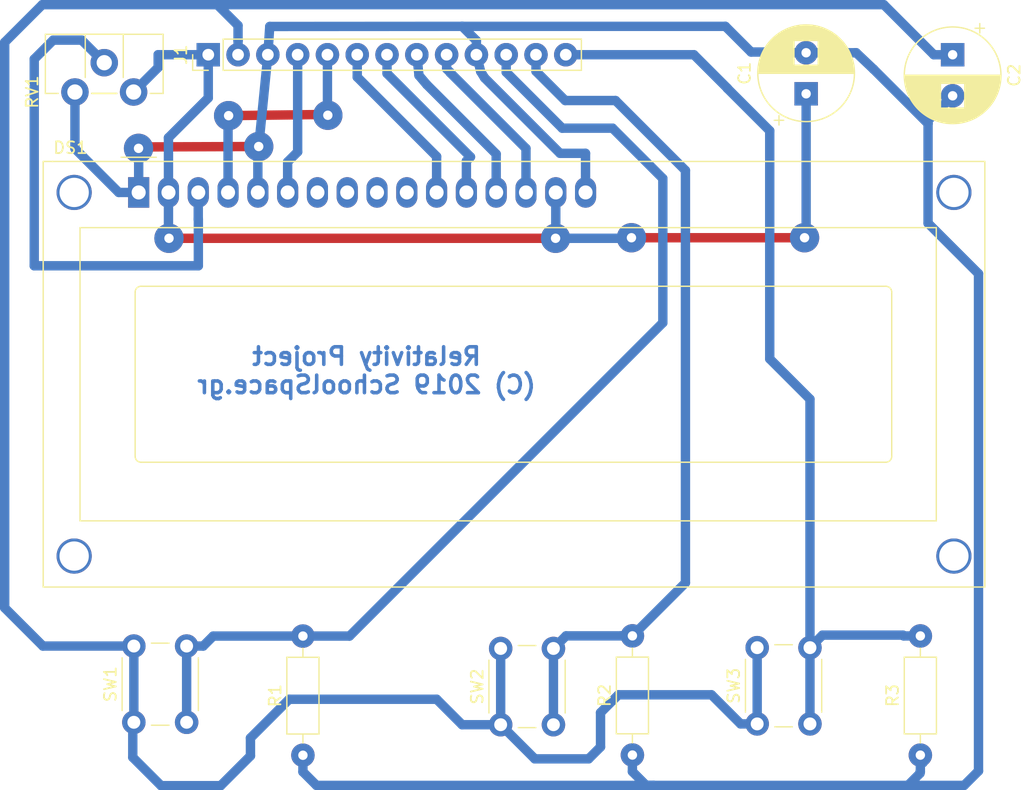
<source format=kicad_pcb>
(kicad_pcb (version 20171130) (host pcbnew "(5.0.2)-1")

  (general
    (thickness 1.6)
    (drawings 1)
    (tracks 174)
    (zones 0)
    (modules 11)
    (nets 18)
  )

  (page A4)
  (layers
    (0 F.Cu signal)
    (31 B.Cu signal)
    (32 B.Adhes user)
    (33 F.Adhes user)
    (34 B.Paste user)
    (35 F.Paste user)
    (36 B.SilkS user)
    (37 F.SilkS user)
    (38 B.Mask user)
    (39 F.Mask user)
    (40 Dwgs.User user)
    (41 Cmts.User user)
    (42 Eco1.User user)
    (43 Eco2.User user)
    (44 Edge.Cuts user)
    (45 Margin user)
    (46 B.CrtYd user)
    (47 F.CrtYd user)
    (48 B.Fab user hide)
    (49 F.Fab user hide)
  )

  (setup
    (last_trace_width 0.8)
    (trace_clearance 0.2)
    (zone_clearance 0.508)
    (zone_45_only no)
    (trace_min 0.2)
    (segment_width 0.2)
    (edge_width 0.15)
    (via_size 2)
    (via_drill 0.8)
    (via_min_size 0.4)
    (via_min_drill 0.3)
    (uvia_size 0.3)
    (uvia_drill 0.1)
    (uvias_allowed no)
    (uvia_min_size 0.2)
    (uvia_min_drill 0.1)
    (pcb_text_width 0.3)
    (pcb_text_size 1.5 1.5)
    (mod_edge_width 0.15)
    (mod_text_size 1 1)
    (mod_text_width 0.15)
    (pad_size 2 2)
    (pad_drill 0.8)
    (pad_to_mask_clearance 0.2)
    (solder_mask_min_width 0.25)
    (aux_axis_origin 0 0)
    (visible_elements 7FFFFFFF)
    (pcbplotparams
      (layerselection 0x00000_fffffffe)
      (usegerberextensions false)
      (usegerberattributes false)
      (usegerberadvancedattributes false)
      (creategerberjobfile false)
      (excludeedgelayer true)
      (linewidth 0.100000)
      (plotframeref false)
      (viasonmask false)
      (mode 1)
      (useauxorigin false)
      (hpglpennumber 1)
      (hpglpenspeed 20)
      (hpglpendiameter 15.000000)
      (psnegative false)
      (psa4output false)
      (plotreference true)
      (plotvalue true)
      (plotinvisibletext false)
      (padsonsilk false)
      (subtractmaskfromsilk false)
      (outputformat 4)
      (mirror false)
      (drillshape 1)
      (scaleselection 1)
      (outputdirectory "D:/Data/Desktop/"))
  )

  (net 0 "")
  (net 1 GND)
  (net 2 "Net-(J1-Pad11)")
  (net 3 "Net-(J1-Pad12)")
  (net 4 "Net-(J1-Pad13)")
  (net 5 "Net-(C1-Pad1)")
  (net 6 "Net-(DS1-Pad3)")
  (net 7 "Net-(DS1-Pad4)")
  (net 8 "Net-(DS1-Pad6)")
  (net 9 "Net-(DS1-Pad7)")
  (net 10 "Net-(DS1-Pad8)")
  (net 11 "Net-(DS1-Pad9)")
  (net 12 "Net-(DS1-Pad10)")
  (net 13 "Net-(DS1-Pad11)")
  (net 14 "Net-(DS1-Pad12)")
  (net 15 "Net-(DS1-Pad13)")
  (net 16 "Net-(DS1-Pad14)")
  (net 17 "Net-(C2-Pad1)")

  (net_class Default "This is the default net class."
    (clearance 0.2)
    (trace_width 0.8)
    (via_dia 2)
    (via_drill 0.8)
    (uvia_dia 0.3)
    (uvia_drill 0.1)
    (add_net GND)
    (add_net "Net-(C1-Pad1)")
    (add_net "Net-(C2-Pad1)")
    (add_net "Net-(DS1-Pad10)")
    (add_net "Net-(DS1-Pad11)")
    (add_net "Net-(DS1-Pad12)")
    (add_net "Net-(DS1-Pad13)")
    (add_net "Net-(DS1-Pad14)")
    (add_net "Net-(DS1-Pad3)")
    (add_net "Net-(DS1-Pad4)")
    (add_net "Net-(DS1-Pad6)")
    (add_net "Net-(DS1-Pad7)")
    (add_net "Net-(DS1-Pad8)")
    (add_net "Net-(DS1-Pad9)")
    (add_net "Net-(J1-Pad11)")
    (add_net "Net-(J1-Pad12)")
    (add_net "Net-(J1-Pad13)")
  )

  (module Display:WC1602A (layer F.Cu) (tedit 5A02FE80) (tstamp 5C5CBDB4)
    (at 92.704601 46.834361)
    (descr "LCD 16x2 http://www.wincomlcd.com/pdf/WC1602A-SFYLYHTC06.pdf")
    (tags "LCD 16x2 Alphanumeric 16pin")
    (path /5C573B15)
    (fp_text reference DS1 (at -5.82 -3.81) (layer F.SilkS)
      (effects (font (size 1 1) (thickness 0.15)))
    )
    (fp_text value WC1602A (at -4.31 34.66) (layer F.Fab)
      (effects (font (size 1 1) (thickness 0.15)))
    )
    (fp_line (start -8.14 33.64) (end 72.14 33.64) (layer F.SilkS) (width 0.12))
    (fp_line (start 72.14 33.64) (end 72.14 -2.64) (layer F.SilkS) (width 0.12))
    (fp_line (start 72.14 -2.64) (end -7.34 -2.64) (layer F.SilkS) (width 0.12))
    (fp_line (start -8.14 -2.64) (end -8.14 33.64) (layer F.SilkS) (width 0.12))
    (fp_line (start -8.13 -2.64) (end -7.34 -2.64) (layer F.SilkS) (width 0.12))
    (fp_line (start -8.25 -2.75) (end -8.25 33.75) (layer F.CrtYd) (width 0.05))
    (fp_line (start -8.25 33.75) (end 72.25 33.75) (layer F.CrtYd) (width 0.05))
    (fp_line (start 72.25 -2.75) (end 72.25 33.75) (layer F.CrtYd) (width 0.05))
    (fp_line (start -1.5 -3) (end 1.5 -3) (layer F.SilkS) (width 0.12))
    (fp_line (start -8.25 -2.75) (end 72.25 -2.75) (layer F.CrtYd) (width 0.05))
    (fp_line (start 1 -2.5) (end 0 -1.5) (layer F.Fab) (width 0.1))
    (fp_line (start 0 -1.5) (end -1 -2.5) (layer F.Fab) (width 0.1))
    (fp_line (start -1 -2.5) (end -8 -2.5) (layer F.Fab) (width 0.1))
    (fp_text user %R (at 30.37 14.74) (layer F.Fab)
      (effects (font (size 1 1) (thickness 0.1)))
    )
    (fp_line (start 0.2 8) (end 63.7 8) (layer F.SilkS) (width 0.12))
    (fp_line (start -0.29972 22.49932) (end -0.29972 8.5) (layer F.SilkS) (width 0.12))
    (fp_line (start 63.70066 23) (end 0.2 23) (layer F.SilkS) (width 0.12))
    (fp_line (start 64.2 8.5) (end 64.2 22.5) (layer F.SilkS) (width 0.12))
    (fp_arc (start 63.7 8.5) (end 63.7 8) (angle 90) (layer F.SilkS) (width 0.12))
    (fp_arc (start 63.70066 22.49932) (end 64.20104 22.49932) (angle 90) (layer F.SilkS) (width 0.12))
    (fp_arc (start 0.20066 22.49932) (end 0.20066 22.9997) (angle 90) (layer F.SilkS) (width 0.12))
    (fp_arc (start 0.20066 8.49884) (end -0.29972 8.49884) (angle 90) (layer F.SilkS) (width 0.12))
    (fp_line (start -5 3) (end 68 3) (layer F.SilkS) (width 0.12))
    (fp_line (start 68 3) (end 68 28) (layer F.SilkS) (width 0.12))
    (fp_line (start 68 28) (end -5 28) (layer F.SilkS) (width 0.12))
    (fp_line (start -5 28) (end -5 3) (layer F.SilkS) (width 0.12))
    (fp_line (start 1 -2.5) (end 72 -2.5) (layer F.Fab) (width 0.1))
    (fp_line (start 72 -2.5) (end 72 33.5) (layer F.Fab) (width 0.1))
    (fp_line (start 72 33.5) (end -8 33.5) (layer F.Fab) (width 0.1))
    (fp_line (start -8 33.5) (end -8 -2.5) (layer F.Fab) (width 0.1))
    (pad 1 thru_hole rect (at 0 0) (size 1.8 2.6) (drill 1.2) (layers *.Cu *.Mask)
      (net 1 GND))
    (pad 2 thru_hole oval (at 2.54 0) (size 1.8 2.6) (drill 1.2) (layers *.Cu *.Mask)
      (net 5 "Net-(C1-Pad1)"))
    (pad 3 thru_hole oval (at 5.08 0) (size 1.8 2.6) (drill 1.2) (layers *.Cu *.Mask)
      (net 6 "Net-(DS1-Pad3)"))
    (pad 4 thru_hole oval (at 7.62 0) (size 1.8 2.6) (drill 1.2) (layers *.Cu *.Mask)
      (net 7 "Net-(DS1-Pad4)"))
    (pad 5 thru_hole oval (at 10.16 0) (size 1.8 2.6) (drill 1.2) (layers *.Cu *.Mask)
      (net 1 GND))
    (pad 6 thru_hole oval (at 12.7 0) (size 1.8 2.6) (drill 1.2) (layers *.Cu *.Mask)
      (net 8 "Net-(DS1-Pad6)"))
    (pad 7 thru_hole oval (at 15.24 0) (size 1.8 2.6) (drill 1.2) (layers *.Cu *.Mask)
      (net 9 "Net-(DS1-Pad7)"))
    (pad 8 thru_hole oval (at 17.78 0) (size 1.8 2.6) (drill 1.2) (layers *.Cu *.Mask)
      (net 10 "Net-(DS1-Pad8)"))
    (pad 9 thru_hole oval (at 20.32 0) (size 1.8 2.6) (drill 1.2) (layers *.Cu *.Mask)
      (net 11 "Net-(DS1-Pad9)"))
    (pad 10 thru_hole oval (at 22.86 0) (size 1.8 2.6) (drill 1.2) (layers *.Cu *.Mask)
      (net 12 "Net-(DS1-Pad10)"))
    (pad 11 thru_hole oval (at 25.4 0) (size 1.8 2.6) (drill 1.2) (layers *.Cu *.Mask)
      (net 13 "Net-(DS1-Pad11)"))
    (pad 12 thru_hole oval (at 27.94 0) (size 1.8 2.6) (drill 1.2) (layers *.Cu *.Mask)
      (net 14 "Net-(DS1-Pad12)"))
    (pad 13 thru_hole oval (at 30.48 0) (size 1.8 2.6) (drill 1.2) (layers *.Cu *.Mask)
      (net 15 "Net-(DS1-Pad13)"))
    (pad 14 thru_hole oval (at 33.02 0) (size 1.8 2.6) (drill 1.2) (layers *.Cu *.Mask)
      (net 16 "Net-(DS1-Pad14)"))
    (pad 15 thru_hole oval (at 35.56 0) (size 1.8 2.6) (drill 1.2) (layers *.Cu *.Mask)
      (net 5 "Net-(C1-Pad1)"))
    (pad 16 thru_hole oval (at 38.1 0) (size 1.8 2.6) (drill 1.2) (layers *.Cu *.Mask)
      (net 1 GND))
    (pad "" thru_hole circle (at -5.4991 0) (size 3 3) (drill 2.5) (layers *.Cu *.Mask))
    (pad "" thru_hole circle (at -5.4991 31.0007) (size 3 3) (drill 2.5) (layers *.Cu *.Mask))
    (pad "" thru_hole circle (at 69.49948 31.0007) (size 3 3) (drill 2.5) (layers *.Cu *.Mask))
    (pad "" thru_hole circle (at 69.5 0) (size 3 3) (drill 2.5) (layers *.Cu *.Mask))
    (model ${KISYS3DMOD}/Display.3dshapes/WC1602A.wrl
      (at (xyz 0 0 0))
      (scale (xyz 1 1 1))
      (rotate (xyz 0 0 0))
    )
  )

  (module Resistor_THT:R_Axial_DIN0207_L6.3mm_D2.5mm_P10.16mm_Horizontal (layer F.Cu) (tedit 5C5C9BD9) (tstamp 5C5CB054)
    (at 159.3469 94.8055 90)
    (descr "Resistor, Axial_DIN0207 series, Axial, Horizontal, pin pitch=10.16mm, 0.25W = 1/4W, length*diameter=6.3*2.5mm^2, http://cdn-reichelt.de/documents/datenblatt/B400/1_4W%23YAG.pdf")
    (tags "Resistor Axial_DIN0207 series Axial Horizontal pin pitch 10.16mm 0.25W = 1/4W length 6.3mm diameter 2.5mm")
    (path /5C573F5F)
    (fp_text reference R3 (at 5.08 -2.37 90) (layer F.SilkS)
      (effects (font (size 1 1) (thickness 0.15)))
    )
    (fp_text value 10k (at 5.08 2.37 90) (layer F.Fab)
      (effects (font (size 1 1) (thickness 0.15)))
    )
    (fp_line (start 1.93 -1.25) (end 1.93 1.25) (layer F.Fab) (width 0.1))
    (fp_line (start 1.93 1.25) (end 8.23 1.25) (layer F.Fab) (width 0.1))
    (fp_line (start 8.23 1.25) (end 8.23 -1.25) (layer F.Fab) (width 0.1))
    (fp_line (start 8.23 -1.25) (end 1.93 -1.25) (layer F.Fab) (width 0.1))
    (fp_line (start 0 0) (end 1.93 0) (layer F.Fab) (width 0.1))
    (fp_line (start 10.16 0) (end 8.23 0) (layer F.Fab) (width 0.1))
    (fp_line (start 1.81 -1.37) (end 1.81 1.37) (layer F.SilkS) (width 0.12))
    (fp_line (start 1.81 1.37) (end 8.35 1.37) (layer F.SilkS) (width 0.12))
    (fp_line (start 8.35 1.37) (end 8.35 -1.37) (layer F.SilkS) (width 0.12))
    (fp_line (start 8.35 -1.37) (end 1.81 -1.37) (layer F.SilkS) (width 0.12))
    (fp_line (start 1.04 0) (end 1.81 0) (layer F.SilkS) (width 0.12))
    (fp_line (start 9.12 0) (end 8.35 0) (layer F.SilkS) (width 0.12))
    (fp_line (start -1.05 -1.5) (end -1.05 1.5) (layer F.CrtYd) (width 0.05))
    (fp_line (start -1.05 1.5) (end 11.21 1.5) (layer F.CrtYd) (width 0.05))
    (fp_line (start 11.21 1.5) (end 11.21 -1.5) (layer F.CrtYd) (width 0.05))
    (fp_line (start 11.21 -1.5) (end -1.05 -1.5) (layer F.CrtYd) (width 0.05))
    (fp_text user %R (at 5.08 0 90) (layer F.Fab)
      (effects (font (size 1 1) (thickness 0.15)))
    )
    (pad 1 thru_hole circle (at 0 0 90) (size 2 2) (drill 0.8) (layers *.Cu *.Mask)
      (net 1 GND))
    (pad 2 thru_hole oval (at 10.16 0 90) (size 2 2) (drill 0.8) (layers *.Cu *.Mask)
      (net 4 "Net-(J1-Pad13)"))
    (model ${KISYS3DMOD}/Resistor_THT.3dshapes/R_Axial_DIN0207_L6.3mm_D2.5mm_P10.16mm_Horizontal.wrl
      (at (xyz 0 0 0))
      (scale (xyz 1 1 1))
      (rotate (xyz 0 0 0))
    )
  )

  (module Resistor_THT:R_Axial_DIN0207_L6.3mm_D2.5mm_P10.16mm_Horizontal (layer F.Cu) (tedit 5C5C9C02) (tstamp 5C5CB03E)
    (at 134.7978 94.79788 90)
    (descr "Resistor, Axial_DIN0207 series, Axial, Horizontal, pin pitch=10.16mm, 0.25W = 1/4W, length*diameter=6.3*2.5mm^2, http://cdn-reichelt.de/documents/datenblatt/B400/1_4W%23YAG.pdf")
    (tags "Resistor Axial_DIN0207 series Axial Horizontal pin pitch 10.16mm 0.25W = 1/4W length 6.3mm diameter 2.5mm")
    (path /5C573F33)
    (fp_text reference R2 (at 5.08 -2.37 90) (layer F.SilkS)
      (effects (font (size 1 1) (thickness 0.15)))
    )
    (fp_text value 10k (at 5.08 2.37 90) (layer F.Fab)
      (effects (font (size 1 1) (thickness 0.15)))
    )
    (fp_text user %R (at 5.08 0 90) (layer F.Fab)
      (effects (font (size 1 1) (thickness 0.15)))
    )
    (fp_line (start 11.21 -1.5) (end -1.05 -1.5) (layer F.CrtYd) (width 0.05))
    (fp_line (start 11.21 1.5) (end 11.21 -1.5) (layer F.CrtYd) (width 0.05))
    (fp_line (start -1.05 1.5) (end 11.21 1.5) (layer F.CrtYd) (width 0.05))
    (fp_line (start -1.05 -1.5) (end -1.05 1.5) (layer F.CrtYd) (width 0.05))
    (fp_line (start 9.12 0) (end 8.35 0) (layer F.SilkS) (width 0.12))
    (fp_line (start 1.04 0) (end 1.81 0) (layer F.SilkS) (width 0.12))
    (fp_line (start 8.35 -1.37) (end 1.81 -1.37) (layer F.SilkS) (width 0.12))
    (fp_line (start 8.35 1.37) (end 8.35 -1.37) (layer F.SilkS) (width 0.12))
    (fp_line (start 1.81 1.37) (end 8.35 1.37) (layer F.SilkS) (width 0.12))
    (fp_line (start 1.81 -1.37) (end 1.81 1.37) (layer F.SilkS) (width 0.12))
    (fp_line (start 10.16 0) (end 8.23 0) (layer F.Fab) (width 0.1))
    (fp_line (start 0 0) (end 1.93 0) (layer F.Fab) (width 0.1))
    (fp_line (start 8.23 -1.25) (end 1.93 -1.25) (layer F.Fab) (width 0.1))
    (fp_line (start 8.23 1.25) (end 8.23 -1.25) (layer F.Fab) (width 0.1))
    (fp_line (start 1.93 1.25) (end 8.23 1.25) (layer F.Fab) (width 0.1))
    (fp_line (start 1.93 -1.25) (end 1.93 1.25) (layer F.Fab) (width 0.1))
    (pad 2 thru_hole oval (at 10.16 0 90) (size 2 2) (drill 0.8) (layers *.Cu *.Mask)
      (net 3 "Net-(J1-Pad12)"))
    (pad 1 thru_hole circle (at 0 0 90) (size 2 2) (drill 0.8) (layers *.Cu *.Mask)
      (net 1 GND))
    (model ${KISYS3DMOD}/Resistor_THT.3dshapes/R_Axial_DIN0207_L6.3mm_D2.5mm_P10.16mm_Horizontal.wrl
      (at (xyz 0 0 0))
      (scale (xyz 1 1 1))
      (rotate (xyz 0 0 0))
    )
  )

  (module Resistor_THT:R_Axial_DIN0207_L6.3mm_D2.5mm_P10.16mm_Horizontal (layer F.Cu) (tedit 5C5C9C1B) (tstamp 5C5CB028)
    (at 106.70794 94.81566 90)
    (descr "Resistor, Axial_DIN0207 series, Axial, Horizontal, pin pitch=10.16mm, 0.25W = 1/4W, length*diameter=6.3*2.5mm^2, http://cdn-reichelt.de/documents/datenblatt/B400/1_4W%23YAG.pdf")
    (tags "Resistor Axial_DIN0207 series Axial Horizontal pin pitch 10.16mm 0.25W = 1/4W length 6.3mm diameter 2.5mm")
    (path /5C573EB5)
    (fp_text reference R1 (at 5.08 -2.37 90) (layer F.SilkS)
      (effects (font (size 1 1) (thickness 0.15)))
    )
    (fp_text value 10k (at 5.08 2.37 90) (layer F.Fab)
      (effects (font (size 1 1) (thickness 0.15)))
    )
    (fp_line (start 1.93 -1.25) (end 1.93 1.25) (layer F.Fab) (width 0.1))
    (fp_line (start 1.93 1.25) (end 8.23 1.25) (layer F.Fab) (width 0.1))
    (fp_line (start 8.23 1.25) (end 8.23 -1.25) (layer F.Fab) (width 0.1))
    (fp_line (start 8.23 -1.25) (end 1.93 -1.25) (layer F.Fab) (width 0.1))
    (fp_line (start 0 0) (end 1.93 0) (layer F.Fab) (width 0.1))
    (fp_line (start 10.16 0) (end 8.23 0) (layer F.Fab) (width 0.1))
    (fp_line (start 1.81 -1.37) (end 1.81 1.37) (layer F.SilkS) (width 0.12))
    (fp_line (start 1.81 1.37) (end 8.35 1.37) (layer F.SilkS) (width 0.12))
    (fp_line (start 8.35 1.37) (end 8.35 -1.37) (layer F.SilkS) (width 0.12))
    (fp_line (start 8.35 -1.37) (end 1.81 -1.37) (layer F.SilkS) (width 0.12))
    (fp_line (start 1.04 0) (end 1.81 0) (layer F.SilkS) (width 0.12))
    (fp_line (start 9.12 0) (end 8.35 0) (layer F.SilkS) (width 0.12))
    (fp_line (start -1.05 -1.5) (end -1.05 1.5) (layer F.CrtYd) (width 0.05))
    (fp_line (start -1.05 1.5) (end 11.21 1.5) (layer F.CrtYd) (width 0.05))
    (fp_line (start 11.21 1.5) (end 11.21 -1.5) (layer F.CrtYd) (width 0.05))
    (fp_line (start 11.21 -1.5) (end -1.05 -1.5) (layer F.CrtYd) (width 0.05))
    (fp_text user %R (at 5.08 0 90) (layer F.Fab)
      (effects (font (size 1 1) (thickness 0.15)))
    )
    (pad 1 thru_hole circle (at 0 0 90) (size 2 2) (drill 0.8) (layers *.Cu *.Mask)
      (net 1 GND))
    (pad 2 thru_hole oval (at 10.16 0 90) (size 2 2) (drill 0.8) (layers *.Cu *.Mask)
      (net 2 "Net-(J1-Pad11)"))
    (model ${KISYS3DMOD}/Resistor_THT.3dshapes/R_Axial_DIN0207_L6.3mm_D2.5mm_P10.16mm_Horizontal.wrl
      (at (xyz 0 0 0))
      (scale (xyz 1 1 1))
      (rotate (xyz 0 0 0))
    )
  )

  (module Button_Switch_THT:SW_PUSH_6mm_H4.3mm (layer F.Cu) (tedit 5A02FE31) (tstamp 5C58AC5E)
    (at 145.43532 92.14358 90)
    (descr "tactile push button, 6x6mm e.g. PHAP33xx series, height=4.3mm")
    (tags "tact sw push 6mm")
    (path /5C573E43)
    (fp_text reference SW3 (at 3.25 -2 90) (layer F.SilkS)
      (effects (font (size 1 1) (thickness 0.15)))
    )
    (fp_text value SW_Push (at 3.75 6.7 90) (layer F.Fab)
      (effects (font (size 1 1) (thickness 0.15)))
    )
    (fp_text user %R (at 3.25 2.25 90) (layer F.Fab)
      (effects (font (size 1 1) (thickness 0.15)))
    )
    (fp_line (start 3.25 -0.75) (end 6.25 -0.75) (layer F.Fab) (width 0.1))
    (fp_line (start 6.25 -0.75) (end 6.25 5.25) (layer F.Fab) (width 0.1))
    (fp_line (start 6.25 5.25) (end 0.25 5.25) (layer F.Fab) (width 0.1))
    (fp_line (start 0.25 5.25) (end 0.25 -0.75) (layer F.Fab) (width 0.1))
    (fp_line (start 0.25 -0.75) (end 3.25 -0.75) (layer F.Fab) (width 0.1))
    (fp_line (start 7.75 6) (end 8 6) (layer F.CrtYd) (width 0.05))
    (fp_line (start 8 6) (end 8 5.75) (layer F.CrtYd) (width 0.05))
    (fp_line (start 7.75 -1.5) (end 8 -1.5) (layer F.CrtYd) (width 0.05))
    (fp_line (start 8 -1.5) (end 8 -1.25) (layer F.CrtYd) (width 0.05))
    (fp_line (start -1.5 -1.25) (end -1.5 -1.5) (layer F.CrtYd) (width 0.05))
    (fp_line (start -1.5 -1.5) (end -1.25 -1.5) (layer F.CrtYd) (width 0.05))
    (fp_line (start -1.5 5.75) (end -1.5 6) (layer F.CrtYd) (width 0.05))
    (fp_line (start -1.5 6) (end -1.25 6) (layer F.CrtYd) (width 0.05))
    (fp_line (start -1.25 -1.5) (end 7.75 -1.5) (layer F.CrtYd) (width 0.05))
    (fp_line (start -1.5 5.75) (end -1.5 -1.25) (layer F.CrtYd) (width 0.05))
    (fp_line (start 7.75 6) (end -1.25 6) (layer F.CrtYd) (width 0.05))
    (fp_line (start 8 -1.25) (end 8 5.75) (layer F.CrtYd) (width 0.05))
    (fp_line (start 1 5.5) (end 5.5 5.5) (layer F.SilkS) (width 0.12))
    (fp_line (start -0.25 1.5) (end -0.25 3) (layer F.SilkS) (width 0.12))
    (fp_line (start 5.5 -1) (end 1 -1) (layer F.SilkS) (width 0.12))
    (fp_line (start 6.75 3) (end 6.75 1.5) (layer F.SilkS) (width 0.12))
    (fp_circle (center 3.25 2.25) (end 1.25 2.5) (layer F.Fab) (width 0.1))
    (pad 2 thru_hole circle (at 0 4.5 180) (size 2 2) (drill 1.1) (layers *.Cu *.Mask)
      (net 4 "Net-(J1-Pad13)"))
    (pad 1 thru_hole circle (at 0 0 180) (size 2 2) (drill 1.1) (layers *.Cu *.Mask)
      (net 17 "Net-(C2-Pad1)"))
    (pad 2 thru_hole circle (at 6.5 4.5 180) (size 2 2) (drill 1.1) (layers *.Cu *.Mask)
      (net 4 "Net-(J1-Pad13)"))
    (pad 1 thru_hole circle (at 6.5 0 180) (size 2 2) (drill 1.1) (layers *.Cu *.Mask)
      (net 17 "Net-(C2-Pad1)"))
    (model ${KISYS3DMOD}/Button_Switch_THT.3dshapes/SW_PUSH_6mm_H4.3mm.wrl
      (at (xyz 0 0 0))
      (scale (xyz 1 1 1))
      (rotate (xyz 0 0 0))
    )
  )

  (module Button_Switch_THT:SW_PUSH_6mm_H4.3mm (layer F.Cu) (tedit 5A02FE31) (tstamp 5C5C78E2)
    (at 123.56592 92.21216 90)
    (descr "tactile push button, 6x6mm e.g. PHAP33xx series, height=4.3mm")
    (tags "tact sw push 6mm")
    (path /5C573BCF)
    (fp_text reference SW2 (at 3.25 -2 90) (layer F.SilkS)
      (effects (font (size 1 1) (thickness 0.15)))
    )
    (fp_text value SW_Push (at 3.75 6.7 90) (layer F.Fab)
      (effects (font (size 1 1) (thickness 0.15)))
    )
    (fp_circle (center 3.25 2.25) (end 1.25 2.5) (layer F.Fab) (width 0.1))
    (fp_line (start 6.75 3) (end 6.75 1.5) (layer F.SilkS) (width 0.12))
    (fp_line (start 5.5 -1) (end 1 -1) (layer F.SilkS) (width 0.12))
    (fp_line (start -0.25 1.5) (end -0.25 3) (layer F.SilkS) (width 0.12))
    (fp_line (start 1 5.5) (end 5.5 5.5) (layer F.SilkS) (width 0.12))
    (fp_line (start 8 -1.25) (end 8 5.75) (layer F.CrtYd) (width 0.05))
    (fp_line (start 7.75 6) (end -1.25 6) (layer F.CrtYd) (width 0.05))
    (fp_line (start -1.5 5.75) (end -1.5 -1.25) (layer F.CrtYd) (width 0.05))
    (fp_line (start -1.25 -1.5) (end 7.75 -1.5) (layer F.CrtYd) (width 0.05))
    (fp_line (start -1.5 6) (end -1.25 6) (layer F.CrtYd) (width 0.05))
    (fp_line (start -1.5 5.75) (end -1.5 6) (layer F.CrtYd) (width 0.05))
    (fp_line (start -1.5 -1.5) (end -1.25 -1.5) (layer F.CrtYd) (width 0.05))
    (fp_line (start -1.5 -1.25) (end -1.5 -1.5) (layer F.CrtYd) (width 0.05))
    (fp_line (start 8 -1.5) (end 8 -1.25) (layer F.CrtYd) (width 0.05))
    (fp_line (start 7.75 -1.5) (end 8 -1.5) (layer F.CrtYd) (width 0.05))
    (fp_line (start 8 6) (end 8 5.75) (layer F.CrtYd) (width 0.05))
    (fp_line (start 7.75 6) (end 8 6) (layer F.CrtYd) (width 0.05))
    (fp_line (start 0.25 -0.75) (end 3.25 -0.75) (layer F.Fab) (width 0.1))
    (fp_line (start 0.25 5.25) (end 0.25 -0.75) (layer F.Fab) (width 0.1))
    (fp_line (start 6.25 5.25) (end 0.25 5.25) (layer F.Fab) (width 0.1))
    (fp_line (start 6.25 -0.75) (end 6.25 5.25) (layer F.Fab) (width 0.1))
    (fp_line (start 3.25 -0.75) (end 6.25 -0.75) (layer F.Fab) (width 0.1))
    (fp_text user %R (at 3.25 2.25 90) (layer F.Fab)
      (effects (font (size 1 1) (thickness 0.15)))
    )
    (pad 1 thru_hole circle (at 6.5 0 180) (size 2 2) (drill 1.1) (layers *.Cu *.Mask)
      (net 17 "Net-(C2-Pad1)"))
    (pad 2 thru_hole circle (at 6.5 4.5 180) (size 2 2) (drill 1.1) (layers *.Cu *.Mask)
      (net 3 "Net-(J1-Pad12)"))
    (pad 1 thru_hole circle (at 0 0 180) (size 2 2) (drill 1.1) (layers *.Cu *.Mask)
      (net 17 "Net-(C2-Pad1)"))
    (pad 2 thru_hole circle (at 0 4.5 180) (size 2 2) (drill 1.1) (layers *.Cu *.Mask)
      (net 3 "Net-(J1-Pad12)"))
    (model ${KISYS3DMOD}/Button_Switch_THT.3dshapes/SW_PUSH_6mm_H4.3mm.wrl
      (at (xyz 0 0 0))
      (scale (xyz 1 1 1))
      (rotate (xyz 0 0 0))
    )
  )

  (module Button_Switch_THT:SW_PUSH_6mm_H4.3mm (layer F.Cu) (tedit 5A02FE31) (tstamp 5C58AC20)
    (at 92.29344 92.00642 90)
    (descr "tactile push button, 6x6mm e.g. PHAP33xx series, height=4.3mm")
    (tags "tact sw push 6mm")
    (path /5C5739AD)
    (fp_text reference SW1 (at 3.25 -2 90) (layer F.SilkS)
      (effects (font (size 1 1) (thickness 0.15)))
    )
    (fp_text value SW_Push (at 3.75 6.7 90) (layer F.Fab)
      (effects (font (size 1 1) (thickness 0.15)))
    )
    (fp_text user %R (at 3.25 2.25 90) (layer F.Fab)
      (effects (font (size 1 1) (thickness 0.15)))
    )
    (fp_line (start 3.25 -0.75) (end 6.25 -0.75) (layer F.Fab) (width 0.1))
    (fp_line (start 6.25 -0.75) (end 6.25 5.25) (layer F.Fab) (width 0.1))
    (fp_line (start 6.25 5.25) (end 0.25 5.25) (layer F.Fab) (width 0.1))
    (fp_line (start 0.25 5.25) (end 0.25 -0.75) (layer F.Fab) (width 0.1))
    (fp_line (start 0.25 -0.75) (end 3.25 -0.75) (layer F.Fab) (width 0.1))
    (fp_line (start 7.75 6) (end 8 6) (layer F.CrtYd) (width 0.05))
    (fp_line (start 8 6) (end 8 5.75) (layer F.CrtYd) (width 0.05))
    (fp_line (start 7.75 -1.5) (end 8 -1.5) (layer F.CrtYd) (width 0.05))
    (fp_line (start 8 -1.5) (end 8 -1.25) (layer F.CrtYd) (width 0.05))
    (fp_line (start -1.5 -1.25) (end -1.5 -1.5) (layer F.CrtYd) (width 0.05))
    (fp_line (start -1.5 -1.5) (end -1.25 -1.5) (layer F.CrtYd) (width 0.05))
    (fp_line (start -1.5 5.75) (end -1.5 6) (layer F.CrtYd) (width 0.05))
    (fp_line (start -1.5 6) (end -1.25 6) (layer F.CrtYd) (width 0.05))
    (fp_line (start -1.25 -1.5) (end 7.75 -1.5) (layer F.CrtYd) (width 0.05))
    (fp_line (start -1.5 5.75) (end -1.5 -1.25) (layer F.CrtYd) (width 0.05))
    (fp_line (start 7.75 6) (end -1.25 6) (layer F.CrtYd) (width 0.05))
    (fp_line (start 8 -1.25) (end 8 5.75) (layer F.CrtYd) (width 0.05))
    (fp_line (start 1 5.5) (end 5.5 5.5) (layer F.SilkS) (width 0.12))
    (fp_line (start -0.25 1.5) (end -0.25 3) (layer F.SilkS) (width 0.12))
    (fp_line (start 5.5 -1) (end 1 -1) (layer F.SilkS) (width 0.12))
    (fp_line (start 6.75 3) (end 6.75 1.5) (layer F.SilkS) (width 0.12))
    (fp_circle (center 3.25 2.25) (end 1.25 2.5) (layer F.Fab) (width 0.1))
    (pad 2 thru_hole circle (at 0 4.5 180) (size 2 2) (drill 1.1) (layers *.Cu *.Mask)
      (net 2 "Net-(J1-Pad11)"))
    (pad 1 thru_hole circle (at 0 0 180) (size 2 2) (drill 1.1) (layers *.Cu *.Mask)
      (net 17 "Net-(C2-Pad1)"))
    (pad 2 thru_hole circle (at 6.5 4.5 180) (size 2 2) (drill 1.1) (layers *.Cu *.Mask)
      (net 2 "Net-(J1-Pad11)"))
    (pad 1 thru_hole circle (at 6.5 0 180) (size 2 2) (drill 1.1) (layers *.Cu *.Mask)
      (net 17 "Net-(C2-Pad1)"))
    (model ${KISYS3DMOD}/Button_Switch_THT.3dshapes/SW_PUSH_6mm_H4.3mm.wrl
      (at (xyz 0 0 0))
      (scale (xyz 1 1 1))
      (rotate (xyz 0 0 0))
    )
  )

  (module Capacitor_THT:CP_Radial_D8.0mm_P3.50mm (layer F.Cu) (tedit 5C5C92DD) (tstamp 5C58AC01)
    (at 162.09772 35.09518 270)
    (descr "CP, Radial series, Radial, pin pitch=3.50mm, , diameter=8mm, Electrolytic Capacitor")
    (tags "CP Radial series Radial pin pitch 3.50mm  diameter 8mm Electrolytic Capacitor")
    (path /5C5A4DF1)
    (fp_text reference C2 (at 1.75 -5.25 270) (layer F.SilkS)
      (effects (font (size 1 1) (thickness 0.15)))
    )
    (fp_text value 100μ (at 1.75 5.25 270) (layer F.Fab)
      (effects (font (size 1 1) (thickness 0.15)))
    )
    (fp_text user %R (at 1.75 0 270) (layer F.Fab)
      (effects (font (size 1 1) (thickness 0.15)))
    )
    (fp_line (start -2.259698 -2.715) (end -2.259698 -1.915) (layer F.SilkS) (width 0.12))
    (fp_line (start -2.659698 -2.315) (end -1.859698 -2.315) (layer F.SilkS) (width 0.12))
    (fp_line (start 5.831 -0.533) (end 5.831 0.533) (layer F.SilkS) (width 0.12))
    (fp_line (start 5.791 -0.768) (end 5.791 0.768) (layer F.SilkS) (width 0.12))
    (fp_line (start 5.751 -0.948) (end 5.751 0.948) (layer F.SilkS) (width 0.12))
    (fp_line (start 5.711 -1.098) (end 5.711 1.098) (layer F.SilkS) (width 0.12))
    (fp_line (start 5.671 -1.229) (end 5.671 1.229) (layer F.SilkS) (width 0.12))
    (fp_line (start 5.631 -1.346) (end 5.631 1.346) (layer F.SilkS) (width 0.12))
    (fp_line (start 5.591 -1.453) (end 5.591 1.453) (layer F.SilkS) (width 0.12))
    (fp_line (start 5.551 -1.552) (end 5.551 1.552) (layer F.SilkS) (width 0.12))
    (fp_line (start 5.511 -1.645) (end 5.511 1.645) (layer F.SilkS) (width 0.12))
    (fp_line (start 5.471 -1.731) (end 5.471 1.731) (layer F.SilkS) (width 0.12))
    (fp_line (start 5.431 -1.813) (end 5.431 1.813) (layer F.SilkS) (width 0.12))
    (fp_line (start 5.391 -1.89) (end 5.391 1.89) (layer F.SilkS) (width 0.12))
    (fp_line (start 5.351 -1.964) (end 5.351 1.964) (layer F.SilkS) (width 0.12))
    (fp_line (start 5.311 -2.034) (end 5.311 2.034) (layer F.SilkS) (width 0.12))
    (fp_line (start 5.271 -2.102) (end 5.271 2.102) (layer F.SilkS) (width 0.12))
    (fp_line (start 5.231 -2.166) (end 5.231 2.166) (layer F.SilkS) (width 0.12))
    (fp_line (start 5.191 -2.228) (end 5.191 2.228) (layer F.SilkS) (width 0.12))
    (fp_line (start 5.151 -2.287) (end 5.151 2.287) (layer F.SilkS) (width 0.12))
    (fp_line (start 5.111 -2.345) (end 5.111 2.345) (layer F.SilkS) (width 0.12))
    (fp_line (start 5.071 -2.4) (end 5.071 2.4) (layer F.SilkS) (width 0.12))
    (fp_line (start 5.031 -2.454) (end 5.031 2.454) (layer F.SilkS) (width 0.12))
    (fp_line (start 4.991 -2.505) (end 4.991 2.505) (layer F.SilkS) (width 0.12))
    (fp_line (start 4.951 -2.556) (end 4.951 2.556) (layer F.SilkS) (width 0.12))
    (fp_line (start 4.911 -2.604) (end 4.911 2.604) (layer F.SilkS) (width 0.12))
    (fp_line (start 4.871 -2.651) (end 4.871 2.651) (layer F.SilkS) (width 0.12))
    (fp_line (start 4.831 -2.697) (end 4.831 2.697) (layer F.SilkS) (width 0.12))
    (fp_line (start 4.791 -2.741) (end 4.791 2.741) (layer F.SilkS) (width 0.12))
    (fp_line (start 4.751 -2.784) (end 4.751 2.784) (layer F.SilkS) (width 0.12))
    (fp_line (start 4.711 -2.826) (end 4.711 2.826) (layer F.SilkS) (width 0.12))
    (fp_line (start 4.671 -2.867) (end 4.671 2.867) (layer F.SilkS) (width 0.12))
    (fp_line (start 4.631 -2.907) (end 4.631 2.907) (layer F.SilkS) (width 0.12))
    (fp_line (start 4.591 -2.945) (end 4.591 2.945) (layer F.SilkS) (width 0.12))
    (fp_line (start 4.551 -2.983) (end 4.551 2.983) (layer F.SilkS) (width 0.12))
    (fp_line (start 4.511 1.04) (end 4.511 3.019) (layer F.SilkS) (width 0.12))
    (fp_line (start 4.511 -3.019) (end 4.511 -1.04) (layer F.SilkS) (width 0.12))
    (fp_line (start 4.471 1.04) (end 4.471 3.055) (layer F.SilkS) (width 0.12))
    (fp_line (start 4.471 -3.055) (end 4.471 -1.04) (layer F.SilkS) (width 0.12))
    (fp_line (start 4.431 1.04) (end 4.431 3.09) (layer F.SilkS) (width 0.12))
    (fp_line (start 4.431 -3.09) (end 4.431 -1.04) (layer F.SilkS) (width 0.12))
    (fp_line (start 4.391 1.04) (end 4.391 3.124) (layer F.SilkS) (width 0.12))
    (fp_line (start 4.391 -3.124) (end 4.391 -1.04) (layer F.SilkS) (width 0.12))
    (fp_line (start 4.351 1.04) (end 4.351 3.156) (layer F.SilkS) (width 0.12))
    (fp_line (start 4.351 -3.156) (end 4.351 -1.04) (layer F.SilkS) (width 0.12))
    (fp_line (start 4.311 1.04) (end 4.311 3.189) (layer F.SilkS) (width 0.12))
    (fp_line (start 4.311 -3.189) (end 4.311 -1.04) (layer F.SilkS) (width 0.12))
    (fp_line (start 4.271 1.04) (end 4.271 3.22) (layer F.SilkS) (width 0.12))
    (fp_line (start 4.271 -3.22) (end 4.271 -1.04) (layer F.SilkS) (width 0.12))
    (fp_line (start 4.231 1.04) (end 4.231 3.25) (layer F.SilkS) (width 0.12))
    (fp_line (start 4.231 -3.25) (end 4.231 -1.04) (layer F.SilkS) (width 0.12))
    (fp_line (start 4.191 1.04) (end 4.191 3.28) (layer F.SilkS) (width 0.12))
    (fp_line (start 4.191 -3.28) (end 4.191 -1.04) (layer F.SilkS) (width 0.12))
    (fp_line (start 4.151 1.04) (end 4.151 3.309) (layer F.SilkS) (width 0.12))
    (fp_line (start 4.151 -3.309) (end 4.151 -1.04) (layer F.SilkS) (width 0.12))
    (fp_line (start 4.111 1.04) (end 4.111 3.338) (layer F.SilkS) (width 0.12))
    (fp_line (start 4.111 -3.338) (end 4.111 -1.04) (layer F.SilkS) (width 0.12))
    (fp_line (start 4.071 1.04) (end 4.071 3.365) (layer F.SilkS) (width 0.12))
    (fp_line (start 4.071 -3.365) (end 4.071 -1.04) (layer F.SilkS) (width 0.12))
    (fp_line (start 4.031 1.04) (end 4.031 3.392) (layer F.SilkS) (width 0.12))
    (fp_line (start 4.031 -3.392) (end 4.031 -1.04) (layer F.SilkS) (width 0.12))
    (fp_line (start 3.991 1.04) (end 3.991 3.418) (layer F.SilkS) (width 0.12))
    (fp_line (start 3.991 -3.418) (end 3.991 -1.04) (layer F.SilkS) (width 0.12))
    (fp_line (start 3.951 1.04) (end 3.951 3.444) (layer F.SilkS) (width 0.12))
    (fp_line (start 3.951 -3.444) (end 3.951 -1.04) (layer F.SilkS) (width 0.12))
    (fp_line (start 3.911 1.04) (end 3.911 3.469) (layer F.SilkS) (width 0.12))
    (fp_line (start 3.911 -3.469) (end 3.911 -1.04) (layer F.SilkS) (width 0.12))
    (fp_line (start 3.871 1.04) (end 3.871 3.493) (layer F.SilkS) (width 0.12))
    (fp_line (start 3.871 -3.493) (end 3.871 -1.04) (layer F.SilkS) (width 0.12))
    (fp_line (start 3.831 1.04) (end 3.831 3.517) (layer F.SilkS) (width 0.12))
    (fp_line (start 3.831 -3.517) (end 3.831 -1.04) (layer F.SilkS) (width 0.12))
    (fp_line (start 3.791 1.04) (end 3.791 3.54) (layer F.SilkS) (width 0.12))
    (fp_line (start 3.791 -3.54) (end 3.791 -1.04) (layer F.SilkS) (width 0.12))
    (fp_line (start 3.751 1.04) (end 3.751 3.562) (layer F.SilkS) (width 0.12))
    (fp_line (start 3.751 -3.562) (end 3.751 -1.04) (layer F.SilkS) (width 0.12))
    (fp_line (start 3.711 1.04) (end 3.711 3.584) (layer F.SilkS) (width 0.12))
    (fp_line (start 3.711 -3.584) (end 3.711 -1.04) (layer F.SilkS) (width 0.12))
    (fp_line (start 3.671 1.04) (end 3.671 3.606) (layer F.SilkS) (width 0.12))
    (fp_line (start 3.671 -3.606) (end 3.671 -1.04) (layer F.SilkS) (width 0.12))
    (fp_line (start 3.631 1.04) (end 3.631 3.627) (layer F.SilkS) (width 0.12))
    (fp_line (start 3.631 -3.627) (end 3.631 -1.04) (layer F.SilkS) (width 0.12))
    (fp_line (start 3.591 1.04) (end 3.591 3.647) (layer F.SilkS) (width 0.12))
    (fp_line (start 3.591 -3.647) (end 3.591 -1.04) (layer F.SilkS) (width 0.12))
    (fp_line (start 3.551 1.04) (end 3.551 3.666) (layer F.SilkS) (width 0.12))
    (fp_line (start 3.551 -3.666) (end 3.551 -1.04) (layer F.SilkS) (width 0.12))
    (fp_line (start 3.511 1.04) (end 3.511 3.686) (layer F.SilkS) (width 0.12))
    (fp_line (start 3.511 -3.686) (end 3.511 -1.04) (layer F.SilkS) (width 0.12))
    (fp_line (start 3.471 1.04) (end 3.471 3.704) (layer F.SilkS) (width 0.12))
    (fp_line (start 3.471 -3.704) (end 3.471 -1.04) (layer F.SilkS) (width 0.12))
    (fp_line (start 3.431 1.04) (end 3.431 3.722) (layer F.SilkS) (width 0.12))
    (fp_line (start 3.431 -3.722) (end 3.431 -1.04) (layer F.SilkS) (width 0.12))
    (fp_line (start 3.391 1.04) (end 3.391 3.74) (layer F.SilkS) (width 0.12))
    (fp_line (start 3.391 -3.74) (end 3.391 -1.04) (layer F.SilkS) (width 0.12))
    (fp_line (start 3.351 1.04) (end 3.351 3.757) (layer F.SilkS) (width 0.12))
    (fp_line (start 3.351 -3.757) (end 3.351 -1.04) (layer F.SilkS) (width 0.12))
    (fp_line (start 3.311 1.04) (end 3.311 3.774) (layer F.SilkS) (width 0.12))
    (fp_line (start 3.311 -3.774) (end 3.311 -1.04) (layer F.SilkS) (width 0.12))
    (fp_line (start 3.271 1.04) (end 3.271 3.79) (layer F.SilkS) (width 0.12))
    (fp_line (start 3.271 -3.79) (end 3.271 -1.04) (layer F.SilkS) (width 0.12))
    (fp_line (start 3.231 1.04) (end 3.231 3.805) (layer F.SilkS) (width 0.12))
    (fp_line (start 3.231 -3.805) (end 3.231 -1.04) (layer F.SilkS) (width 0.12))
    (fp_line (start 3.191 1.04) (end 3.191 3.821) (layer F.SilkS) (width 0.12))
    (fp_line (start 3.191 -3.821) (end 3.191 -1.04) (layer F.SilkS) (width 0.12))
    (fp_line (start 3.151 1.04) (end 3.151 3.835) (layer F.SilkS) (width 0.12))
    (fp_line (start 3.151 -3.835) (end 3.151 -1.04) (layer F.SilkS) (width 0.12))
    (fp_line (start 3.111 1.04) (end 3.111 3.85) (layer F.SilkS) (width 0.12))
    (fp_line (start 3.111 -3.85) (end 3.111 -1.04) (layer F.SilkS) (width 0.12))
    (fp_line (start 3.071 1.04) (end 3.071 3.863) (layer F.SilkS) (width 0.12))
    (fp_line (start 3.071 -3.863) (end 3.071 -1.04) (layer F.SilkS) (width 0.12))
    (fp_line (start 3.031 1.04) (end 3.031 3.877) (layer F.SilkS) (width 0.12))
    (fp_line (start 3.031 -3.877) (end 3.031 -1.04) (layer F.SilkS) (width 0.12))
    (fp_line (start 2.991 1.04) (end 2.991 3.889) (layer F.SilkS) (width 0.12))
    (fp_line (start 2.991 -3.889) (end 2.991 -1.04) (layer F.SilkS) (width 0.12))
    (fp_line (start 2.951 1.04) (end 2.951 3.902) (layer F.SilkS) (width 0.12))
    (fp_line (start 2.951 -3.902) (end 2.951 -1.04) (layer F.SilkS) (width 0.12))
    (fp_line (start 2.911 1.04) (end 2.911 3.914) (layer F.SilkS) (width 0.12))
    (fp_line (start 2.911 -3.914) (end 2.911 -1.04) (layer F.SilkS) (width 0.12))
    (fp_line (start 2.871 1.04) (end 2.871 3.925) (layer F.SilkS) (width 0.12))
    (fp_line (start 2.871 -3.925) (end 2.871 -1.04) (layer F.SilkS) (width 0.12))
    (fp_line (start 2.831 1.04) (end 2.831 3.936) (layer F.SilkS) (width 0.12))
    (fp_line (start 2.831 -3.936) (end 2.831 -1.04) (layer F.SilkS) (width 0.12))
    (fp_line (start 2.791 1.04) (end 2.791 3.947) (layer F.SilkS) (width 0.12))
    (fp_line (start 2.791 -3.947) (end 2.791 -1.04) (layer F.SilkS) (width 0.12))
    (fp_line (start 2.751 1.04) (end 2.751 3.957) (layer F.SilkS) (width 0.12))
    (fp_line (start 2.751 -3.957) (end 2.751 -1.04) (layer F.SilkS) (width 0.12))
    (fp_line (start 2.711 1.04) (end 2.711 3.967) (layer F.SilkS) (width 0.12))
    (fp_line (start 2.711 -3.967) (end 2.711 -1.04) (layer F.SilkS) (width 0.12))
    (fp_line (start 2.671 1.04) (end 2.671 3.976) (layer F.SilkS) (width 0.12))
    (fp_line (start 2.671 -3.976) (end 2.671 -1.04) (layer F.SilkS) (width 0.12))
    (fp_line (start 2.631 1.04) (end 2.631 3.985) (layer F.SilkS) (width 0.12))
    (fp_line (start 2.631 -3.985) (end 2.631 -1.04) (layer F.SilkS) (width 0.12))
    (fp_line (start 2.591 1.04) (end 2.591 3.994) (layer F.SilkS) (width 0.12))
    (fp_line (start 2.591 -3.994) (end 2.591 -1.04) (layer F.SilkS) (width 0.12))
    (fp_line (start 2.551 1.04) (end 2.551 4.002) (layer F.SilkS) (width 0.12))
    (fp_line (start 2.551 -4.002) (end 2.551 -1.04) (layer F.SilkS) (width 0.12))
    (fp_line (start 2.511 1.04) (end 2.511 4.01) (layer F.SilkS) (width 0.12))
    (fp_line (start 2.511 -4.01) (end 2.511 -1.04) (layer F.SilkS) (width 0.12))
    (fp_line (start 2.471 1.04) (end 2.471 4.017) (layer F.SilkS) (width 0.12))
    (fp_line (start 2.471 -4.017) (end 2.471 -1.04) (layer F.SilkS) (width 0.12))
    (fp_line (start 2.43 -4.024) (end 2.43 4.024) (layer F.SilkS) (width 0.12))
    (fp_line (start 2.39 -4.03) (end 2.39 4.03) (layer F.SilkS) (width 0.12))
    (fp_line (start 2.35 -4.037) (end 2.35 4.037) (layer F.SilkS) (width 0.12))
    (fp_line (start 2.31 -4.042) (end 2.31 4.042) (layer F.SilkS) (width 0.12))
    (fp_line (start 2.27 -4.048) (end 2.27 4.048) (layer F.SilkS) (width 0.12))
    (fp_line (start 2.23 -4.052) (end 2.23 4.052) (layer F.SilkS) (width 0.12))
    (fp_line (start 2.19 -4.057) (end 2.19 4.057) (layer F.SilkS) (width 0.12))
    (fp_line (start 2.15 -4.061) (end 2.15 4.061) (layer F.SilkS) (width 0.12))
    (fp_line (start 2.11 -4.065) (end 2.11 4.065) (layer F.SilkS) (width 0.12))
    (fp_line (start 2.07 -4.068) (end 2.07 4.068) (layer F.SilkS) (width 0.12))
    (fp_line (start 2.03 -4.071) (end 2.03 4.071) (layer F.SilkS) (width 0.12))
    (fp_line (start 1.99 -4.074) (end 1.99 4.074) (layer F.SilkS) (width 0.12))
    (fp_line (start 1.95 -4.076) (end 1.95 4.076) (layer F.SilkS) (width 0.12))
    (fp_line (start 1.91 -4.077) (end 1.91 4.077) (layer F.SilkS) (width 0.12))
    (fp_line (start 1.87 -4.079) (end 1.87 4.079) (layer F.SilkS) (width 0.12))
    (fp_line (start 1.83 -4.08) (end 1.83 4.08) (layer F.SilkS) (width 0.12))
    (fp_line (start 1.79 -4.08) (end 1.79 4.08) (layer F.SilkS) (width 0.12))
    (fp_line (start 1.75 -4.08) (end 1.75 4.08) (layer F.SilkS) (width 0.12))
    (fp_line (start -1.276759 -2.1475) (end -1.276759 -1.3475) (layer F.Fab) (width 0.1))
    (fp_line (start -1.676759 -1.7475) (end -0.876759 -1.7475) (layer F.Fab) (width 0.1))
    (fp_circle (center 1.75 0) (end 6 0) (layer F.CrtYd) (width 0.05))
    (fp_circle (center 1.75 0) (end 5.87 0) (layer F.SilkS) (width 0.12))
    (fp_circle (center 1.75 0) (end 5.75 0) (layer F.Fab) (width 0.1))
    (pad 2 thru_hole circle (at 3.5 0 270) (size 2 2) (drill 0.8) (layers *.Cu *.Mask)
      (net 1 GND))
    (pad 1 thru_hole rect (at 0 0 270) (size 2 2) (drill 0.8) (layers *.Cu *.Mask)
      (net 17 "Net-(C2-Pad1)"))
    (model ${KISYS3DMOD}/Capacitor_THT.3dshapes/CP_Radial_D8.0mm_P3.50mm.wrl
      (at (xyz 0 0 0))
      (scale (xyz 1 1 1))
      (rotate (xyz 0 0 0))
    )
  )

  (module Capacitor_THT:CP_Radial_D8.0mm_P3.50mm (layer F.Cu) (tedit 5C5C92AE) (tstamp 5C58AB58)
    (at 149.60854 38.42512 90)
    (descr "CP, Radial series, Radial, pin pitch=3.50mm, , diameter=8mm, Electrolytic Capacitor")
    (tags "CP Radial series Radial pin pitch 3.50mm  diameter 8mm Electrolytic Capacitor")
    (path /5C59D9F9)
    (fp_text reference C1 (at 1.75 -5.25 90) (layer F.SilkS)
      (effects (font (size 1 1) (thickness 0.15)))
    )
    (fp_text value 100μ (at 1.75 5.25 90) (layer F.Fab)
      (effects (font (size 1 1) (thickness 0.15)))
    )
    (fp_circle (center 1.75 0) (end 5.75 0) (layer F.Fab) (width 0.1))
    (fp_circle (center 1.75 0) (end 5.87 0) (layer F.SilkS) (width 0.12))
    (fp_circle (center 1.75 0) (end 6 0) (layer F.CrtYd) (width 0.05))
    (fp_line (start -1.676759 -1.7475) (end -0.876759 -1.7475) (layer F.Fab) (width 0.1))
    (fp_line (start -1.276759 -2.1475) (end -1.276759 -1.3475) (layer F.Fab) (width 0.1))
    (fp_line (start 1.75 -4.08) (end 1.75 4.08) (layer F.SilkS) (width 0.12))
    (fp_line (start 1.79 -4.08) (end 1.79 4.08) (layer F.SilkS) (width 0.12))
    (fp_line (start 1.83 -4.08) (end 1.83 4.08) (layer F.SilkS) (width 0.12))
    (fp_line (start 1.87 -4.079) (end 1.87 4.079) (layer F.SilkS) (width 0.12))
    (fp_line (start 1.91 -4.077) (end 1.91 4.077) (layer F.SilkS) (width 0.12))
    (fp_line (start 1.95 -4.076) (end 1.95 4.076) (layer F.SilkS) (width 0.12))
    (fp_line (start 1.99 -4.074) (end 1.99 4.074) (layer F.SilkS) (width 0.12))
    (fp_line (start 2.03 -4.071) (end 2.03 4.071) (layer F.SilkS) (width 0.12))
    (fp_line (start 2.07 -4.068) (end 2.07 4.068) (layer F.SilkS) (width 0.12))
    (fp_line (start 2.11 -4.065) (end 2.11 4.065) (layer F.SilkS) (width 0.12))
    (fp_line (start 2.15 -4.061) (end 2.15 4.061) (layer F.SilkS) (width 0.12))
    (fp_line (start 2.19 -4.057) (end 2.19 4.057) (layer F.SilkS) (width 0.12))
    (fp_line (start 2.23 -4.052) (end 2.23 4.052) (layer F.SilkS) (width 0.12))
    (fp_line (start 2.27 -4.048) (end 2.27 4.048) (layer F.SilkS) (width 0.12))
    (fp_line (start 2.31 -4.042) (end 2.31 4.042) (layer F.SilkS) (width 0.12))
    (fp_line (start 2.35 -4.037) (end 2.35 4.037) (layer F.SilkS) (width 0.12))
    (fp_line (start 2.39 -4.03) (end 2.39 4.03) (layer F.SilkS) (width 0.12))
    (fp_line (start 2.43 -4.024) (end 2.43 4.024) (layer F.SilkS) (width 0.12))
    (fp_line (start 2.471 -4.017) (end 2.471 -1.04) (layer F.SilkS) (width 0.12))
    (fp_line (start 2.471 1.04) (end 2.471 4.017) (layer F.SilkS) (width 0.12))
    (fp_line (start 2.511 -4.01) (end 2.511 -1.04) (layer F.SilkS) (width 0.12))
    (fp_line (start 2.511 1.04) (end 2.511 4.01) (layer F.SilkS) (width 0.12))
    (fp_line (start 2.551 -4.002) (end 2.551 -1.04) (layer F.SilkS) (width 0.12))
    (fp_line (start 2.551 1.04) (end 2.551 4.002) (layer F.SilkS) (width 0.12))
    (fp_line (start 2.591 -3.994) (end 2.591 -1.04) (layer F.SilkS) (width 0.12))
    (fp_line (start 2.591 1.04) (end 2.591 3.994) (layer F.SilkS) (width 0.12))
    (fp_line (start 2.631 -3.985) (end 2.631 -1.04) (layer F.SilkS) (width 0.12))
    (fp_line (start 2.631 1.04) (end 2.631 3.985) (layer F.SilkS) (width 0.12))
    (fp_line (start 2.671 -3.976) (end 2.671 -1.04) (layer F.SilkS) (width 0.12))
    (fp_line (start 2.671 1.04) (end 2.671 3.976) (layer F.SilkS) (width 0.12))
    (fp_line (start 2.711 -3.967) (end 2.711 -1.04) (layer F.SilkS) (width 0.12))
    (fp_line (start 2.711 1.04) (end 2.711 3.967) (layer F.SilkS) (width 0.12))
    (fp_line (start 2.751 -3.957) (end 2.751 -1.04) (layer F.SilkS) (width 0.12))
    (fp_line (start 2.751 1.04) (end 2.751 3.957) (layer F.SilkS) (width 0.12))
    (fp_line (start 2.791 -3.947) (end 2.791 -1.04) (layer F.SilkS) (width 0.12))
    (fp_line (start 2.791 1.04) (end 2.791 3.947) (layer F.SilkS) (width 0.12))
    (fp_line (start 2.831 -3.936) (end 2.831 -1.04) (layer F.SilkS) (width 0.12))
    (fp_line (start 2.831 1.04) (end 2.831 3.936) (layer F.SilkS) (width 0.12))
    (fp_line (start 2.871 -3.925) (end 2.871 -1.04) (layer F.SilkS) (width 0.12))
    (fp_line (start 2.871 1.04) (end 2.871 3.925) (layer F.SilkS) (width 0.12))
    (fp_line (start 2.911 -3.914) (end 2.911 -1.04) (layer F.SilkS) (width 0.12))
    (fp_line (start 2.911 1.04) (end 2.911 3.914) (layer F.SilkS) (width 0.12))
    (fp_line (start 2.951 -3.902) (end 2.951 -1.04) (layer F.SilkS) (width 0.12))
    (fp_line (start 2.951 1.04) (end 2.951 3.902) (layer F.SilkS) (width 0.12))
    (fp_line (start 2.991 -3.889) (end 2.991 -1.04) (layer F.SilkS) (width 0.12))
    (fp_line (start 2.991 1.04) (end 2.991 3.889) (layer F.SilkS) (width 0.12))
    (fp_line (start 3.031 -3.877) (end 3.031 -1.04) (layer F.SilkS) (width 0.12))
    (fp_line (start 3.031 1.04) (end 3.031 3.877) (layer F.SilkS) (width 0.12))
    (fp_line (start 3.071 -3.863) (end 3.071 -1.04) (layer F.SilkS) (width 0.12))
    (fp_line (start 3.071 1.04) (end 3.071 3.863) (layer F.SilkS) (width 0.12))
    (fp_line (start 3.111 -3.85) (end 3.111 -1.04) (layer F.SilkS) (width 0.12))
    (fp_line (start 3.111 1.04) (end 3.111 3.85) (layer F.SilkS) (width 0.12))
    (fp_line (start 3.151 -3.835) (end 3.151 -1.04) (layer F.SilkS) (width 0.12))
    (fp_line (start 3.151 1.04) (end 3.151 3.835) (layer F.SilkS) (width 0.12))
    (fp_line (start 3.191 -3.821) (end 3.191 -1.04) (layer F.SilkS) (width 0.12))
    (fp_line (start 3.191 1.04) (end 3.191 3.821) (layer F.SilkS) (width 0.12))
    (fp_line (start 3.231 -3.805) (end 3.231 -1.04) (layer F.SilkS) (width 0.12))
    (fp_line (start 3.231 1.04) (end 3.231 3.805) (layer F.SilkS) (width 0.12))
    (fp_line (start 3.271 -3.79) (end 3.271 -1.04) (layer F.SilkS) (width 0.12))
    (fp_line (start 3.271 1.04) (end 3.271 3.79) (layer F.SilkS) (width 0.12))
    (fp_line (start 3.311 -3.774) (end 3.311 -1.04) (layer F.SilkS) (width 0.12))
    (fp_line (start 3.311 1.04) (end 3.311 3.774) (layer F.SilkS) (width 0.12))
    (fp_line (start 3.351 -3.757) (end 3.351 -1.04) (layer F.SilkS) (width 0.12))
    (fp_line (start 3.351 1.04) (end 3.351 3.757) (layer F.SilkS) (width 0.12))
    (fp_line (start 3.391 -3.74) (end 3.391 -1.04) (layer F.SilkS) (width 0.12))
    (fp_line (start 3.391 1.04) (end 3.391 3.74) (layer F.SilkS) (width 0.12))
    (fp_line (start 3.431 -3.722) (end 3.431 -1.04) (layer F.SilkS) (width 0.12))
    (fp_line (start 3.431 1.04) (end 3.431 3.722) (layer F.SilkS) (width 0.12))
    (fp_line (start 3.471 -3.704) (end 3.471 -1.04) (layer F.SilkS) (width 0.12))
    (fp_line (start 3.471 1.04) (end 3.471 3.704) (layer F.SilkS) (width 0.12))
    (fp_line (start 3.511 -3.686) (end 3.511 -1.04) (layer F.SilkS) (width 0.12))
    (fp_line (start 3.511 1.04) (end 3.511 3.686) (layer F.SilkS) (width 0.12))
    (fp_line (start 3.551 -3.666) (end 3.551 -1.04) (layer F.SilkS) (width 0.12))
    (fp_line (start 3.551 1.04) (end 3.551 3.666) (layer F.SilkS) (width 0.12))
    (fp_line (start 3.591 -3.647) (end 3.591 -1.04) (layer F.SilkS) (width 0.12))
    (fp_line (start 3.591 1.04) (end 3.591 3.647) (layer F.SilkS) (width 0.12))
    (fp_line (start 3.631 -3.627) (end 3.631 -1.04) (layer F.SilkS) (width 0.12))
    (fp_line (start 3.631 1.04) (end 3.631 3.627) (layer F.SilkS) (width 0.12))
    (fp_line (start 3.671 -3.606) (end 3.671 -1.04) (layer F.SilkS) (width 0.12))
    (fp_line (start 3.671 1.04) (end 3.671 3.606) (layer F.SilkS) (width 0.12))
    (fp_line (start 3.711 -3.584) (end 3.711 -1.04) (layer F.SilkS) (width 0.12))
    (fp_line (start 3.711 1.04) (end 3.711 3.584) (layer F.SilkS) (width 0.12))
    (fp_line (start 3.751 -3.562) (end 3.751 -1.04) (layer F.SilkS) (width 0.12))
    (fp_line (start 3.751 1.04) (end 3.751 3.562) (layer F.SilkS) (width 0.12))
    (fp_line (start 3.791 -3.54) (end 3.791 -1.04) (layer F.SilkS) (width 0.12))
    (fp_line (start 3.791 1.04) (end 3.791 3.54) (layer F.SilkS) (width 0.12))
    (fp_line (start 3.831 -3.517) (end 3.831 -1.04) (layer F.SilkS) (width 0.12))
    (fp_line (start 3.831 1.04) (end 3.831 3.517) (layer F.SilkS) (width 0.12))
    (fp_line (start 3.871 -3.493) (end 3.871 -1.04) (layer F.SilkS) (width 0.12))
    (fp_line (start 3.871 1.04) (end 3.871 3.493) (layer F.SilkS) (width 0.12))
    (fp_line (start 3.911 -3.469) (end 3.911 -1.04) (layer F.SilkS) (width 0.12))
    (fp_line (start 3.911 1.04) (end 3.911 3.469) (layer F.SilkS) (width 0.12))
    (fp_line (start 3.951 -3.444) (end 3.951 -1.04) (layer F.SilkS) (width 0.12))
    (fp_line (start 3.951 1.04) (end 3.951 3.444) (layer F.SilkS) (width 0.12))
    (fp_line (start 3.991 -3.418) (end 3.991 -1.04) (layer F.SilkS) (width 0.12))
    (fp_line (start 3.991 1.04) (end 3.991 3.418) (layer F.SilkS) (width 0.12))
    (fp_line (start 4.031 -3.392) (end 4.031 -1.04) (layer F.SilkS) (width 0.12))
    (fp_line (start 4.031 1.04) (end 4.031 3.392) (layer F.SilkS) (width 0.12))
    (fp_line (start 4.071 -3.365) (end 4.071 -1.04) (layer F.SilkS) (width 0.12))
    (fp_line (start 4.071 1.04) (end 4.071 3.365) (layer F.SilkS) (width 0.12))
    (fp_line (start 4.111 -3.338) (end 4.111 -1.04) (layer F.SilkS) (width 0.12))
    (fp_line (start 4.111 1.04) (end 4.111 3.338) (layer F.SilkS) (width 0.12))
    (fp_line (start 4.151 -3.309) (end 4.151 -1.04) (layer F.SilkS) (width 0.12))
    (fp_line (start 4.151 1.04) (end 4.151 3.309) (layer F.SilkS) (width 0.12))
    (fp_line (start 4.191 -3.28) (end 4.191 -1.04) (layer F.SilkS) (width 0.12))
    (fp_line (start 4.191 1.04) (end 4.191 3.28) (layer F.SilkS) (width 0.12))
    (fp_line (start 4.231 -3.25) (end 4.231 -1.04) (layer F.SilkS) (width 0.12))
    (fp_line (start 4.231 1.04) (end 4.231 3.25) (layer F.SilkS) (width 0.12))
    (fp_line (start 4.271 -3.22) (end 4.271 -1.04) (layer F.SilkS) (width 0.12))
    (fp_line (start 4.271 1.04) (end 4.271 3.22) (layer F.SilkS) (width 0.12))
    (fp_line (start 4.311 -3.189) (end 4.311 -1.04) (layer F.SilkS) (width 0.12))
    (fp_line (start 4.311 1.04) (end 4.311 3.189) (layer F.SilkS) (width 0.12))
    (fp_line (start 4.351 -3.156) (end 4.351 -1.04) (layer F.SilkS) (width 0.12))
    (fp_line (start 4.351 1.04) (end 4.351 3.156) (layer F.SilkS) (width 0.12))
    (fp_line (start 4.391 -3.124) (end 4.391 -1.04) (layer F.SilkS) (width 0.12))
    (fp_line (start 4.391 1.04) (end 4.391 3.124) (layer F.SilkS) (width 0.12))
    (fp_line (start 4.431 -3.09) (end 4.431 -1.04) (layer F.SilkS) (width 0.12))
    (fp_line (start 4.431 1.04) (end 4.431 3.09) (layer F.SilkS) (width 0.12))
    (fp_line (start 4.471 -3.055) (end 4.471 -1.04) (layer F.SilkS) (width 0.12))
    (fp_line (start 4.471 1.04) (end 4.471 3.055) (layer F.SilkS) (width 0.12))
    (fp_line (start 4.511 -3.019) (end 4.511 -1.04) (layer F.SilkS) (width 0.12))
    (fp_line (start 4.511 1.04) (end 4.511 3.019) (layer F.SilkS) (width 0.12))
    (fp_line (start 4.551 -2.983) (end 4.551 2.983) (layer F.SilkS) (width 0.12))
    (fp_line (start 4.591 -2.945) (end 4.591 2.945) (layer F.SilkS) (width 0.12))
    (fp_line (start 4.631 -2.907) (end 4.631 2.907) (layer F.SilkS) (width 0.12))
    (fp_line (start 4.671 -2.867) (end 4.671 2.867) (layer F.SilkS) (width 0.12))
    (fp_line (start 4.711 -2.826) (end 4.711 2.826) (layer F.SilkS) (width 0.12))
    (fp_line (start 4.751 -2.784) (end 4.751 2.784) (layer F.SilkS) (width 0.12))
    (fp_line (start 4.791 -2.741) (end 4.791 2.741) (layer F.SilkS) (width 0.12))
    (fp_line (start 4.831 -2.697) (end 4.831 2.697) (layer F.SilkS) (width 0.12))
    (fp_line (start 4.871 -2.651) (end 4.871 2.651) (layer F.SilkS) (width 0.12))
    (fp_line (start 4.911 -2.604) (end 4.911 2.604) (layer F.SilkS) (width 0.12))
    (fp_line (start 4.951 -2.556) (end 4.951 2.556) (layer F.SilkS) (width 0.12))
    (fp_line (start 4.991 -2.505) (end 4.991 2.505) (layer F.SilkS) (width 0.12))
    (fp_line (start 5.031 -2.454) (end 5.031 2.454) (layer F.SilkS) (width 0.12))
    (fp_line (start 5.071 -2.4) (end 5.071 2.4) (layer F.SilkS) (width 0.12))
    (fp_line (start 5.111 -2.345) (end 5.111 2.345) (layer F.SilkS) (width 0.12))
    (fp_line (start 5.151 -2.287) (end 5.151 2.287) (layer F.SilkS) (width 0.12))
    (fp_line (start 5.191 -2.228) (end 5.191 2.228) (layer F.SilkS) (width 0.12))
    (fp_line (start 5.231 -2.166) (end 5.231 2.166) (layer F.SilkS) (width 0.12))
    (fp_line (start 5.271 -2.102) (end 5.271 2.102) (layer F.SilkS) (width 0.12))
    (fp_line (start 5.311 -2.034) (end 5.311 2.034) (layer F.SilkS) (width 0.12))
    (fp_line (start 5.351 -1.964) (end 5.351 1.964) (layer F.SilkS) (width 0.12))
    (fp_line (start 5.391 -1.89) (end 5.391 1.89) (layer F.SilkS) (width 0.12))
    (fp_line (start 5.431 -1.813) (end 5.431 1.813) (layer F.SilkS) (width 0.12))
    (fp_line (start 5.471 -1.731) (end 5.471 1.731) (layer F.SilkS) (width 0.12))
    (fp_line (start 5.511 -1.645) (end 5.511 1.645) (layer F.SilkS) (width 0.12))
    (fp_line (start 5.551 -1.552) (end 5.551 1.552) (layer F.SilkS) (width 0.12))
    (fp_line (start 5.591 -1.453) (end 5.591 1.453) (layer F.SilkS) (width 0.12))
    (fp_line (start 5.631 -1.346) (end 5.631 1.346) (layer F.SilkS) (width 0.12))
    (fp_line (start 5.671 -1.229) (end 5.671 1.229) (layer F.SilkS) (width 0.12))
    (fp_line (start 5.711 -1.098) (end 5.711 1.098) (layer F.SilkS) (width 0.12))
    (fp_line (start 5.751 -0.948) (end 5.751 0.948) (layer F.SilkS) (width 0.12))
    (fp_line (start 5.791 -0.768) (end 5.791 0.768) (layer F.SilkS) (width 0.12))
    (fp_line (start 5.831 -0.533) (end 5.831 0.533) (layer F.SilkS) (width 0.12))
    (fp_line (start -2.659698 -2.315) (end -1.859698 -2.315) (layer F.SilkS) (width 0.12))
    (fp_line (start -2.259698 -2.715) (end -2.259698 -1.915) (layer F.SilkS) (width 0.12))
    (fp_text user %R (at 1.75 0 90) (layer F.Fab)
      (effects (font (size 1 1) (thickness 0.15)))
    )
    (pad 1 thru_hole rect (at 0 0 90) (size 2 2) (drill 0.8) (layers *.Cu *.Mask)
      (net 5 "Net-(C1-Pad1)"))
    (pad 2 thru_hole circle (at 3.5 0 90) (size 2 2) (drill 0.8) (layers *.Cu *.Mask)
      (net 1 GND))
    (model ${KISYS3DMOD}/Capacitor_THT.3dshapes/CP_Radial_D8.0mm_P3.50mm.wrl
      (at (xyz 0 0 0))
      (scale (xyz 1 1 1))
      (rotate (xyz 0 0 0))
    )
  )

  (module Connector_PinHeader_2.54mm:PinHeader_1x13_P2.54mm_Vertical (layer F.Cu) (tedit 5C5C9373) (tstamp 5C58AAAF)
    (at 98.63836 35.09264 90)
    (descr "Through hole straight pin header, 1x13, 2.54mm pitch, single row")
    (tags "Through hole pin header THT 1x13 2.54mm single row")
    (path /5C574CF3)
    (fp_text reference J1 (at 0 -2.33 90) (layer F.SilkS)
      (effects (font (size 1 1) (thickness 0.15)))
    )
    (fp_text value Conn_01x12_Female (at 0 32.81 90) (layer F.Fab)
      (effects (font (size 1 1) (thickness 0.15)))
    )
    (fp_line (start -0.635 -1.27) (end 1.27 -1.27) (layer F.Fab) (width 0.1))
    (fp_line (start 1.27 -1.27) (end 1.27 31.75) (layer F.Fab) (width 0.1))
    (fp_line (start 1.27 31.75) (end -1.27 31.75) (layer F.Fab) (width 0.1))
    (fp_line (start -1.27 31.75) (end -1.27 -0.635) (layer F.Fab) (width 0.1))
    (fp_line (start -1.27 -0.635) (end -0.635 -1.27) (layer F.Fab) (width 0.1))
    (fp_line (start -1.33 31.81) (end 1.33 31.81) (layer F.SilkS) (width 0.12))
    (fp_line (start -1.33 1.27) (end -1.33 31.81) (layer F.SilkS) (width 0.12))
    (fp_line (start 1.33 1.27) (end 1.33 31.81) (layer F.SilkS) (width 0.12))
    (fp_line (start -1.33 1.27) (end 1.33 1.27) (layer F.SilkS) (width 0.12))
    (fp_line (start -1.33 0) (end -1.33 -1.33) (layer F.SilkS) (width 0.12))
    (fp_line (start -1.33 -1.33) (end 0 -1.33) (layer F.SilkS) (width 0.12))
    (fp_line (start -1.8 -1.8) (end -1.8 32.25) (layer F.CrtYd) (width 0.05))
    (fp_line (start -1.8 32.25) (end 1.8 32.25) (layer F.CrtYd) (width 0.05))
    (fp_line (start 1.8 32.25) (end 1.8 -1.8) (layer F.CrtYd) (width 0.05))
    (fp_line (start 1.8 -1.8) (end -1.8 -1.8) (layer F.CrtYd) (width 0.05))
    (fp_text user %R (at 0 15.24 180) (layer F.Fab)
      (effects (font (size 1 1) (thickness 0.15)))
    )
    (pad 1 thru_hole rect (at 0 0 90) (size 2 2) (drill 1) (layers *.Cu *.Mask)
      (net 5 "Net-(C1-Pad1)"))
    (pad 2 thru_hole oval (at 0 2.54 90) (size 2 2) (drill 1) (layers *.Cu *.Mask)
      (net 17 "Net-(C2-Pad1)"))
    (pad 3 thru_hole oval (at 0 5.08 90) (size 2 2) (drill 1) (layers *.Cu *.Mask)
      (net 1 GND))
    (pad 4 thru_hole oval (at 0 7.62 90) (size 2 2) (drill 1) (layers *.Cu *.Mask)
      (net 8 "Net-(DS1-Pad6)"))
    (pad 5 thru_hole oval (at 0 10.16 90) (size 2 2) (drill 1) (layers *.Cu *.Mask)
      (net 7 "Net-(DS1-Pad4)"))
    (pad 6 thru_hole oval (at 0 12.7 90) (size 2 2) (drill 1) (layers *.Cu *.Mask)
      (net 13 "Net-(DS1-Pad11)"))
    (pad 7 thru_hole oval (at 0 15.24 90) (size 2 2) (drill 1) (layers *.Cu *.Mask)
      (net 14 "Net-(DS1-Pad12)"))
    (pad 8 thru_hole oval (at 0 17.78 90) (size 2 2) (drill 1) (layers *.Cu *.Mask)
      (net 15 "Net-(DS1-Pad13)"))
    (pad 9 thru_hole oval (at 0 20.32 90) (size 2 2) (drill 1) (layers *.Cu *.Mask)
      (net 16 "Net-(DS1-Pad14)"))
    (pad 10 thru_hole oval (at 0 22.86 90) (size 2 2) (drill 1) (layers *.Cu *.Mask)
      (net 1 GND))
    (pad 11 thru_hole oval (at 0 25.4 90) (size 2 2) (drill 1) (layers *.Cu *.Mask)
      (net 2 "Net-(J1-Pad11)"))
    (pad 12 thru_hole oval (at 0 27.94 90) (size 2 2) (drill 1) (layers *.Cu *.Mask)
      (net 3 "Net-(J1-Pad12)"))
    (pad 13 thru_hole oval (at 0 30.48 90) (size 2 2) (drill 1) (layers *.Cu *.Mask)
      (net 4 "Net-(J1-Pad13)"))
    (model ${KISYS3DMOD}/Connector_PinHeader_2.54mm.3dshapes/PinHeader_1x13_P2.54mm_Vertical.wrl
      (at (xyz 0 0 0))
      (scale (xyz 1 1 1))
      (rotate (xyz 0 0 0))
    )
  )

  (module Potentiometer_THT:Potentiometer_ACP_CA9-H2,5_Horizontal (layer F.Cu) (tedit 5C5C9381) (tstamp 5C58AA58)
    (at 87.27186 38.27272 90)
    (descr "Potentiometer, horizontal, ACP CA9-H2,5, http://www.acptechnologies.com/wp-content/uploads/2017/05/02-ACP-CA9-CE9.pdf")
    (tags "Potentiometer horizontal ACP CA9-H2,5")
    (path /5C57416B)
    (fp_text reference RV1 (at 0 -3.65 90) (layer F.SilkS)
      (effects (font (size 1 1) (thickness 0.15)))
    )
    (fp_text value 10k (at 0 8.65 90) (layer F.Fab)
      (effects (font (size 1 1) (thickness 0.15)))
    )
    (fp_line (start 4.8 -2.4) (end 4.8 7.4) (layer F.Fab) (width 0.1))
    (fp_line (start 4.8 7.4) (end 0 7.4) (layer F.Fab) (width 0.1))
    (fp_line (start 0 7.4) (end 0 -2.4) (layer F.Fab) (width 0.1))
    (fp_line (start 0 -2.4) (end 4.8 -2.4) (layer F.Fab) (width 0.1))
    (fp_line (start 0 1) (end 0 4) (layer F.Fab) (width 0.1))
    (fp_line (start 0 4) (end 4.8 4) (layer F.Fab) (width 0.1))
    (fp_line (start 4.8 4) (end 4.8 1) (layer F.Fab) (width 0.1))
    (fp_line (start 4.8 1) (end 0 1) (layer F.Fab) (width 0.1))
    (fp_line (start -0.121 -2.521) (end 4.92 -2.521) (layer F.SilkS) (width 0.12))
    (fp_line (start -0.121 7.52) (end 4.92 7.52) (layer F.SilkS) (width 0.12))
    (fp_line (start 4.92 -2.521) (end 4.92 7.52) (layer F.SilkS) (width 0.12))
    (fp_line (start -0.121 6.425) (end -0.121 7.52) (layer F.SilkS) (width 0.12))
    (fp_line (start -0.121 -2.521) (end -0.121 -1.426) (layer F.SilkS) (width 0.12))
    (fp_line (start -0.121 1.426) (end -0.121 3.575) (layer F.SilkS) (width 0.12))
    (fp_line (start 1.237 0.88) (end 4.92 0.88) (layer F.SilkS) (width 0.12))
    (fp_line (start 1.237 4.12) (end 4.92 4.12) (layer F.SilkS) (width 0.12))
    (fp_line (start -0.121 1.426) (end -0.121 3.575) (layer F.SilkS) (width 0.12))
    (fp_line (start 4.92 0.88) (end 4.92 4.12) (layer F.SilkS) (width 0.12))
    (fp_line (start -1.45 -2.7) (end -1.45 7.65) (layer F.CrtYd) (width 0.05))
    (fp_line (start -1.45 7.65) (end 5.05 7.65) (layer F.CrtYd) (width 0.05))
    (fp_line (start 5.05 7.65) (end 5.05 -2.7) (layer F.CrtYd) (width 0.05))
    (fp_line (start 5.05 -2.7) (end -1.45 -2.7) (layer F.CrtYd) (width 0.05))
    (fp_text user %R (at 2.4 2.5 90) (layer F.Fab)
      (effects (font (size 1 1) (thickness 0.15)))
    )
    (pad 3 thru_hole circle (at 0 5 90) (size 2.34 2.34) (drill 1.3) (layers *.Cu *.Mask)
      (net 5 "Net-(C1-Pad1)"))
    (pad 2 thru_hole circle (at 2.5 2.5 90) (size 2.34 2.34) (drill 1.3) (layers *.Cu *.Mask)
      (net 6 "Net-(DS1-Pad3)"))
    (pad 1 thru_hole circle (at 0 0 90) (size 2.34 2.34) (drill 1.3) (layers *.Cu *.Mask)
      (net 1 GND))
    (model ${KISYS3DMOD}/Potentiometer_THT.3dshapes/Potentiometer_ACP_CA9-H2,5_Horizontal.wrl
      (at (xyz 0 0 0))
      (scale (xyz 1 1 1))
      (rotate (xyz 0 0 0))
    )
  )

  (gr_text "Relativity Project\n(C) 2019 SchoolSpace.gr" (at 112.13084 62.01918) (layer B.Cu)
    (effects (font (size 1.5 1.5) (thickness 0.3)) (justify mirror))
  )

  (segment (start 121.49836 33.890559) (end 120.2817 32.673899) (width 0.8) (layer B.Cu) (net 1))
  (segment (start 121.49836 35.09264) (end 121.49836 33.890559) (width 0.8) (layer B.Cu) (net 1) (status 10))
  (segment (start 91.004601 46.834361) (end 92.704601 46.834361) (width 0.8) (layer B.Cu) (net 1) (status 20))
  (segment (start 87.27186 43.10162) (end 91.004601 46.834361) (width 0.8) (layer B.Cu) (net 1))
  (segment (start 87.27186 38.27272) (end 87.27186 43.10162) (width 0.8) (layer B.Cu) (net 1) (status 10))
  (via (at 92.69476 43.07586) (size 2.5) (drill 0.8) (layers F.Cu B.Cu) (net 1))
  (segment (start 92.704601 46.834361) (end 92.704601 43.085701) (width 0.8) (layer B.Cu) (net 1) (status 10))
  (segment (start 92.704601 43.085701) (end 92.69476 43.07586) (width 0.8) (layer B.Cu) (net 1))
  (segment (start 160.00222 40.69068) (end 162.09772 38.59518) (width 0.8) (layer B.Cu) (net 1) (status 20))
  (segment (start 160.00222 40.97274) (end 160.00222 40.69068) (width 0.8) (layer B.Cu) (net 1))
  (segment (start 153.78926 34.92512) (end 149.60854 34.92512) (width 0.8) (layer B.Cu) (net 1) (status 20))
  (segment (start 153.8732 34.92246) (end 153.78926 34.92512) (width 0.8) (layer B.Cu) (net 1))
  (segment (start 155.352061 36.325121) (end 153.8732 34.92246) (width 0.8) (layer B.Cu) (net 1))
  (segment (start 160.00222 40.97274) (end 155.354601 36.325121) (width 0.8) (layer B.Cu) (net 1))
  (segment (start 155.354601 36.325121) (end 155.352061 36.325121) (width 0.8) (layer B.Cu) (net 1))
  (segment (start 130.79984 43.50004) (end 130.804601 46.834361) (width 0.8) (layer B.Cu) (net 1) (status 20))
  (segment (start 128.62814 43.50004) (end 130.79984 43.50004) (width 0.8) (layer B.Cu) (net 1))
  (segment (start 122.19686 37.06876) (end 128.62814 43.50004) (width 0.8) (layer B.Cu) (net 1))
  (segment (start 121.49836 35.09264) (end 121.86158 36.5252) (width 0.8) (layer B.Cu) (net 1) (status 10))
  (segment (start 121.86158 36.5252) (end 122.19686 37.06876) (width 0.8) (layer B.Cu) (net 1))
  (via (at 102.93858 42.91838) (size 2.5) (drill 0.8) (layers F.Cu B.Cu) (net 1))
  (segment (start 92.81668 42.95394) (end 92.69476 43.07586) (width 0.8) (layer F.Cu) (net 1))
  (segment (start 102.93858 42.91838) (end 92.81668 42.95394) (width 0.8) (layer F.Cu) (net 1))
  (segment (start 102.864601 43.807699) (end 102.864601 46.834361) (width 0.8) (layer B.Cu) (net 1) (status 20))
  (segment (start 102.93858 42.91838) (end 102.864601 43.807699) (width 0.8) (layer B.Cu) (net 1))
  (segment (start 103.71836 35.09264) (end 102.93858 42.91838) (width 0.8) (layer B.Cu) (net 1) (status 10))
  (segment (start 103.88092 32.68472) (end 103.71836 35.09264) (width 0.8) (layer B.Cu) (net 1) (status 20))
  (segment (start 120.2817 32.673899) (end 103.88092 32.68472) (width 0.8) (layer B.Cu) (net 1))
  (segment (start 159.57804 95.45066) (end 159.3723 95.45574) (width 0.8) (layer B.Cu) (net 1) (status 30))
  (segment (start 142.724479 32.673899) (end 120.2817 32.673899) (width 0.8) (layer B.Cu) (net 1))
  (segment (start 144.91462 34.86404) (end 142.724479 32.673899) (width 0.8) (layer B.Cu) (net 1))
  (segment (start 148.41609 34.86404) (end 144.91462 34.86404) (width 0.8) (layer B.Cu) (net 1))
  (segment (start 149.60854 34.92512) (end 148.47717 34.92512) (width 0.8) (layer B.Cu) (net 1) (status 10))
  (segment (start 148.47717 34.92512) (end 148.41609 34.86404) (width 0.8) (layer B.Cu) (net 1))
  (segment (start 164.304082 96.157678) (end 163.07562 97.38614) (width 0.8) (layer B.Cu) (net 1))
  (segment (start 164.304082 53.760742) (end 164.304082 96.157678) (width 0.8) (layer B.Cu) (net 1))
  (segment (start 160.00222 40.97274) (end 160.00222 49.45888) (width 0.8) (layer B.Cu) (net 1))
  (segment (start 160.00222 49.45888) (end 164.304082 53.760742) (width 0.8) (layer B.Cu) (net 1))
  (segment (start 106.70794 96.229873) (end 107.864207 97.38614) (width 0.8) (layer B.Cu) (net 1))
  (segment (start 106.70794 94.81566) (end 106.70794 96.229873) (width 0.8) (layer B.Cu) (net 1) (status 10))
  (segment (start 159.3469 96.219713) (end 159.31642 96.250193) (width 0.8) (layer B.Cu) (net 1))
  (segment (start 159.3469 94.8055) (end 159.3469 96.219713) (width 0.8) (layer B.Cu) (net 1) (status 10))
  (segment (start 159.31642 96.35744) (end 158.28772 97.38614) (width 0.8) (layer B.Cu) (net 1))
  (segment (start 159.31642 96.250193) (end 159.31642 96.35744) (width 0.8) (layer B.Cu) (net 1))
  (segment (start 158.28772 97.38614) (end 163.07562 97.38614) (width 0.8) (layer B.Cu) (net 1))
  (segment (start 135.971847 97.38614) (end 136.6139 97.38614) (width 0.8) (layer B.Cu) (net 1))
  (segment (start 134.7978 96.212093) (end 135.971847 97.38614) (width 0.8) (layer B.Cu) (net 1))
  (segment (start 134.7978 94.79788) (end 134.7978 96.212093) (width 0.8) (layer B.Cu) (net 1) (status 10))
  (segment (start 107.864207 97.38614) (end 136.6139 97.38614) (width 0.8) (layer B.Cu) (net 1))
  (segment (start 136.6139 97.38614) (end 158.28772 97.38614) (width 0.8) (layer B.Cu) (net 1))
  (segment (start 96.79344 92.00642) (end 96.79344 85.50642) (width 0.8) (layer B.Cu) (net 2) (status 30))
  (segment (start 99.058413 84.65566) (end 106.70794 84.65566) (width 0.8) (layer B.Cu) (net 2) (status 20))
  (segment (start 124.03836 36.57854) (end 124.03836 35.09264) (width 0.8) (layer B.Cu) (net 2) (status 20))
  (segment (start 110.6805 84.65566) (end 137.39114 57.94502) (width 0.8) (layer B.Cu) (net 2))
  (segment (start 106.70794 84.65566) (end 110.6805 84.65566) (width 0.8) (layer B.Cu) (net 2) (status 10))
  (segment (start 137.39114 57.94502) (end 137.39114 45.6438) (width 0.8) (layer B.Cu) (net 2))
  (segment (start 137.39114 45.6438) (end 133.10362 41.35628) (width 0.8) (layer B.Cu) (net 2))
  (segment (start 133.10362 41.35628) (end 128.8161 41.35628) (width 0.8) (layer B.Cu) (net 2))
  (segment (start 128.8161 41.35628) (end 124.03836 36.57854) (width 0.8) (layer B.Cu) (net 2))
  (segment (start 98.207653 85.50642) (end 96.79344 85.50642) (width 0.8) (layer B.Cu) (net 2))
  (segment (start 99.058413 84.65566) (end 98.207653 85.50642) (width 0.8) (layer B.Cu) (net 2))
  (segment (start 128.06592 92.21216) (end 128.06592 85.71216) (width 0.8) (layer B.Cu) (net 3) (status 30))
  (segment (start 129.1402 84.63788) (end 128.06592 85.71216) (width 0.8) (layer B.Cu) (net 3) (status 20))
  (segment (start 134.7978 84.63788) (end 129.1402 84.63788) (width 0.8) (layer B.Cu) (net 3) (status 10))
  (segment (start 134.7978 84.63788) (end 133.81736 84.63788) (width 0.8) (layer B.Cu) (net 3) (status 30))
  (segment (start 139.319 80.11668) (end 134.7978 84.63788) (width 0.8) (layer B.Cu) (net 3))
  (segment (start 139.319 44.958) (end 139.319 80.11668) (width 0.8) (layer B.Cu) (net 3))
  (segment (start 133.359593 38.998593) (end 139.319 44.958) (width 0.8) (layer B.Cu) (net 3))
  (segment (start 129.0701 38.998593) (end 133.359593 38.998593) (width 0.8) (layer B.Cu) (net 3))
  (segment (start 126.57836 35.09264) (end 126.57836 36.506853) (width 0.8) (layer B.Cu) (net 3))
  (segment (start 126.57836 36.506853) (end 129.0701 38.998593) (width 0.8) (layer B.Cu) (net 3))
  (segment (start 157.932687 84.6455) (end 157.861567 84.57438) (width 0.8) (layer B.Cu) (net 4))
  (segment (start 159.3469 84.6455) (end 157.932687 84.6455) (width 0.8) (layer B.Cu) (net 4) (status 10))
  (segment (start 151.00452 84.57438) (end 149.93532 85.64358) (width 0.8) (layer B.Cu) (net 4) (status 20))
  (segment (start 157.861567 84.57438) (end 151.00452 84.57438) (width 0.8) (layer B.Cu) (net 4))
  (segment (start 149.93532 85.64358) (end 149.93532 92.14358) (width 0.8) (layer B.Cu) (net 4) (status 30))
  (segment (start 149.93532 64.45416) (end 149.93532 85.64358) (width 0.8) (layer B.Cu) (net 4) (status 20))
  (segment (start 140.03782 35.09264) (end 142.89532 37.95014) (width 0.8) (layer B.Cu) (net 4))
  (segment (start 129.11836 35.09264) (end 140.03782 35.09264) (width 0.8) (layer B.Cu) (net 4) (status 10))
  (segment (start 142.89532 37.95014) (end 142.89532 37.96538) (width 0.8) (layer B.Cu) (net 4))
  (segment (start 142.89532 37.96538) (end 146.50466 41.57472) (width 0.8) (layer B.Cu) (net 4))
  (segment (start 146.50466 41.57472) (end 146.50466 61.0235) (width 0.8) (layer B.Cu) (net 4))
  (segment (start 146.50466 61.0235) (end 149.93532 64.45416) (width 0.8) (layer B.Cu) (net 4))
  (segment (start 98.63836 35.09264) (end 98.63836 36.19264) (width 0.25) (layer B.Cu) (net 5) (status 10))
  (segment (start 95.244601 47.234361) (end 95.244601 46.834361) (width 0.25) (layer B.Cu) (net 5) (status 30))
  (segment (start 98.63836 35.09264) (end 98.63836 38.77564) (width 0.8) (layer B.Cu) (net 5) (status 10))
  (segment (start 95.244601 42.169399) (end 95.244601 46.834361) (width 0.8) (layer B.Cu) (net 5) (status 20))
  (segment (start 98.63836 38.77564) (end 95.244601 42.169399) (width 0.8) (layer B.Cu) (net 5))
  (via (at 95.29064 50.74412) (size 2.5) (drill 0.8) (layers F.Cu B.Cu) (net 5))
  (segment (start 95.244601 46.834361) (end 95.244601 50.698081) (width 0.8) (layer B.Cu) (net 5) (status 10))
  (segment (start 95.244601 50.698081) (end 95.29064 50.74412) (width 0.8) (layer B.Cu) (net 5))
  (via (at 128.24714 50.74412) (size 2.5) (drill 0.8) (layers F.Cu B.Cu) (net 5))
  (segment (start 128.264601 46.834361) (end 128.264601 50.726659) (width 0.8) (layer B.Cu) (net 5) (status 10))
  (segment (start 128.264601 50.726659) (end 128.24714 50.74412) (width 0.8) (layer B.Cu) (net 5))
  (segment (start 128.24714 50.74412) (end 95.29064 50.74412) (width 0.8) (layer F.Cu) (net 5))
  (via (at 149.47392 50.69586) (size 2.5) (drill 0.8) (layers F.Cu B.Cu) (net 5) (tstamp 5C5CBE57))
  (segment (start 149.60854 38.42512) (end 149.60854 50.56124) (width 0.8) (layer B.Cu) (net 5) (status 10))
  (segment (start 149.60854 50.56124) (end 149.47392 50.69586) (width 0.8) (layer B.Cu) (net 5))
  (via (at 134.71652 50.69586) (size 2.5) (drill 0.8) (layers F.Cu B.Cu) (net 5))
  (segment (start 128.24714 50.74412) (end 134.66826 50.74412) (width 0.8) (layer B.Cu) (net 5))
  (segment (start 134.66826 50.74412) (end 134.71652 50.69586) (width 0.8) (layer B.Cu) (net 5))
  (segment (start 134.71652 50.69586) (end 149.47392 50.69586) (width 0.8) (layer F.Cu) (net 5))
  (segment (start 94.36862 35.09264) (end 98.63836 35.09264) (width 0.8) (layer B.Cu) (net 5) (status 20))
  (segment (start 94.36608 35.09518) (end 94.36862 35.09264) (width 0.8) (layer B.Cu) (net 5))
  (segment (start 92.27186 38.27272) (end 94.36608 36.1785) (width 0.8) (layer B.Cu) (net 5) (status 10))
  (segment (start 94.36608 36.1785) (end 94.36608 35.09518) (width 0.8) (layer B.Cu) (net 5))
  (segment (start 97.784601 49.111219) (end 97.784601 46.834361) (width 0.8) (layer B.Cu) (net 6) (status 20))
  (segment (start 97.79254 49.119158) (end 97.784601 49.111219) (width 0.8) (layer B.Cu) (net 6))
  (segment (start 87.84972 33.85058) (end 85.41766 33.85058) (width 0.8) (layer B.Cu) (net 6))
  (segment (start 85.41766 33.85058) (end 83.80222 35.46602) (width 0.8) (layer B.Cu) (net 6))
  (segment (start 89.77186 35.77272) (end 87.84972 33.85058) (width 0.8) (layer B.Cu) (net 6) (status 10))
  (segment (start 83.80222 35.46602) (end 83.80222 53.086) (width 0.8) (layer B.Cu) (net 6))
  (segment (start 83.80222 53.086) (end 97.79254 53.086) (width 0.8) (layer B.Cu) (net 6))
  (segment (start 97.79254 53.086) (end 97.79254 49.119158) (width 0.8) (layer B.Cu) (net 6))
  (via (at 100.37318 40.28694) (size 2.5) (drill 0.8) (layers F.Cu B.Cu) (net 7))
  (segment (start 100.324601 40.193279) (end 100.324601 46.834361) (width 0.8) (layer B.Cu) (net 7) (status 20))
  (segment (start 100.37318 40.28694) (end 100.324601 40.193279) (width 0.8) (layer B.Cu) (net 7))
  (via (at 108.83138 40.25392) (size 2.5) (drill 0.8) (layers F.Cu B.Cu) (net 7))
  (segment (start 108.7628 40.18534) (end 100.37318 40.28694) (width 0.8) (layer F.Cu) (net 7))
  (segment (start 108.83138 40.25392) (end 108.7628 40.18534) (width 0.8) (layer F.Cu) (net 7))
  (segment (start 108.79836 40.2209) (end 108.79836 35.09264) (width 0.8) (layer B.Cu) (net 7) (status 20))
  (segment (start 108.83138 40.25392) (end 108.79836 40.2209) (width 0.8) (layer B.Cu) (net 7))
  (segment (start 106.25836 35.09264) (end 106.25836 43.37558) (width 0.8) (layer B.Cu) (net 8) (status 10))
  (segment (start 105.404601 44.229339) (end 105.404601 46.834361) (width 0.8) (layer B.Cu) (net 8) (status 20))
  (segment (start 106.25836 43.37558) (end 105.404601 44.229339) (width 0.8) (layer B.Cu) (net 8))
  (segment (start 111.33836 35.09264) (end 111.33836 37.00018) (width 0.8) (layer B.Cu) (net 13) (status 10))
  (segment (start 118.104601 43.766421) (end 118.104601 46.834361) (width 0.8) (layer B.Cu) (net 13) (status 20))
  (segment (start 111.33836 37.00018) (end 118.104601 43.766421) (width 0.8) (layer B.Cu) (net 13))
  (segment (start 113.87836 35.09264) (end 113.87836 36.69284) (width 0.8) (layer B.Cu) (net 14) (status 10))
  (segment (start 113.87836 36.69284) (end 120.9929 43.80738) (width 0.8) (layer B.Cu) (net 14))
  (segment (start 120.644601 44.155679) (end 120.644601 46.834361) (width 0.8) (layer B.Cu) (net 14) (status 20))
  (segment (start 120.9929 43.80738) (end 120.644601 44.155679) (width 0.8) (layer B.Cu) (net 14))
  (segment (start 123.184601 43.560681) (end 123.184601 46.834361) (width 0.8) (layer B.Cu) (net 15) (status 20))
  (segment (start 117.268359 37.644439) (end 123.184601 43.560681) (width 0.8) (layer B.Cu) (net 15))
  (segment (start 116.41836 35.09264) (end 116.60124 36.86048) (width 0.8) (layer B.Cu) (net 15) (status 10))
  (segment (start 116.60124 36.86048) (end 117.268359 37.644439) (width 0.8) (layer B.Cu) (net 15))
  (segment (start 118.95836 36.294721) (end 119.275199 36.61156) (width 0.8) (layer B.Cu) (net 16))
  (segment (start 118.95836 35.09264) (end 118.95836 36.294721) (width 0.8) (layer B.Cu) (net 16) (status 10))
  (segment (start 119.275199 36.61156) (end 119.275199 36.636299) (width 0.8) (layer B.Cu) (net 16))
  (segment (start 125.724601 43.085701) (end 125.724601 46.834361) (width 0.8) (layer B.Cu) (net 16) (status 20))
  (segment (start 119.275199 36.636299) (end 125.724601 43.085701) (width 0.8) (layer B.Cu) (net 16))
  (segment (start 101.17836 33.890559) (end 101.17582 33.888019) (width 0.8) (layer B.Cu) (net 17))
  (segment (start 101.17836 35.09264) (end 101.17836 33.890559) (width 0.8) (layer B.Cu) (net 17) (status 10))
  (segment (start 101.17582 33.888019) (end 101.17582 32.59836) (width 0.8) (layer B.Cu) (net 17))
  (segment (start 101.17582 32.59836) (end 99.40544 30.82798) (width 0.8) (layer B.Cu) (net 17))
  (segment (start 99.40544 30.82798) (end 84.48802 30.82798) (width 0.8) (layer B.Cu) (net 17))
  (segment (start 84.48802 30.82798) (end 81.28254 34.03346) (width 0.8) (layer B.Cu) (net 17))
  (segment (start 81.28254 34.03346) (end 81.28254 82.24774) (width 0.8) (layer B.Cu) (net 17))
  (segment (start 84.54122 85.50642) (end 92.29344 85.50642) (width 0.8) (layer B.Cu) (net 17) (status 20))
  (segment (start 81.28254 82.24774) (end 84.54122 85.50642) (width 0.8) (layer B.Cu) (net 17))
  (segment (start 92.29344 92.00642) (end 92.29344 85.50642) (width 0.8) (layer B.Cu) (net 17) (status 30))
  (segment (start 156.23052 30.82798) (end 99.40544 30.82798) (width 0.8) (layer B.Cu) (net 17))
  (segment (start 160.49772 35.09518) (end 156.23052 30.82798) (width 0.8) (layer B.Cu) (net 17))
  (segment (start 162.09772 35.09518) (end 160.49772 35.09518) (width 0.8) (layer B.Cu) (net 17) (status 10))
  (segment (start 123.56592 85.71216) (end 123.56592 92.21216) (width 0.8) (layer B.Cu) (net 17) (status 30))
  (segment (start 145.43532 92.14358) (end 145.43532 85.64358) (width 0.8) (layer B.Cu) (net 17) (status 30))
  (segment (start 126.47676 95.123) (end 123.56592 92.21216) (width 0.8) (layer B.Cu) (net 17))
  (segment (start 131.064 95.123) (end 126.47676 95.123) (width 0.8) (layer B.Cu) (net 17))
  (segment (start 144.021107 92.14358) (end 141.539527 89.662) (width 0.8) (layer B.Cu) (net 17))
  (segment (start 145.43532 92.14358) (end 144.021107 92.14358) (width 0.8) (layer B.Cu) (net 17))
  (segment (start 141.539527 89.662) (end 133.604 89.662) (width 0.8) (layer B.Cu) (net 17))
  (segment (start 133.604 89.662) (end 132.08 91.186) (width 0.8) (layer B.Cu) (net 17))
  (segment (start 132.08 91.186) (end 132.08 94.107) (width 0.8) (layer B.Cu) (net 17))
  (segment (start 132.08 94.107) (end 131.064 95.123) (width 0.8) (layer B.Cu) (net 17))
  (segment (start 120.27916 92.21216) (end 123.56592 92.21216) (width 0.8) (layer B.Cu) (net 17))
  (segment (start 118.11 90.043) (end 120.27916 92.21216) (width 0.8) (layer B.Cu) (net 17))
  (segment (start 102.235 93.345) (end 105.537 90.043) (width 0.8) (layer B.Cu) (net 17))
  (segment (start 105.537 90.043) (end 118.11 90.043) (width 0.8) (layer B.Cu) (net 17))
  (segment (start 92.202 92.09786) (end 92.202 94.996) (width 0.8) (layer B.Cu) (net 17))
  (segment (start 92.29344 92.00642) (end 92.202 92.09786) (width 0.8) (layer B.Cu) (net 17))
  (segment (start 92.202 94.996) (end 94.615 97.409) (width 0.8) (layer B.Cu) (net 17))
  (segment (start 94.615 97.409) (end 99.695 97.409) (width 0.8) (layer B.Cu) (net 17))
  (segment (start 99.695 97.409) (end 102.235 94.869) (width 0.8) (layer B.Cu) (net 17))
  (segment (start 102.235 94.869) (end 102.235 93.345) (width 0.8) (layer B.Cu) (net 17))

)

</source>
